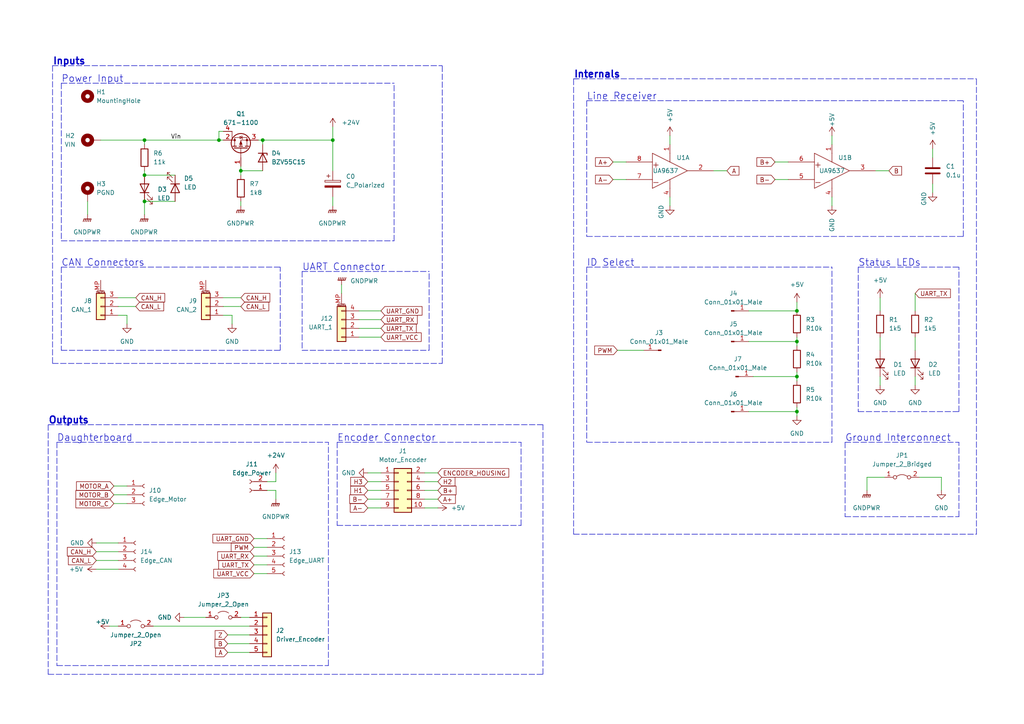
<source format=kicad_sch>
(kicad_sch (version 20211123) (generator eeschema)

  (uuid e63e39d7-6ac0-4ffd-8aa3-1841a4541b55)

  (paper "A4")

  (title_block
    (title "Motor Driver Carrier Board (for B-G431B-ESC1)")
    (date "2023-08-01")
    (rev "v01")
    (company "Delft Mercurians")
    (comment 1 "Thomas Hettasch")
  )

  (lib_symbols
    (symbol "Connector:Conn_01x01_Male" (pin_names (offset 1.016) hide) (in_bom yes) (on_board yes)
      (property "Reference" "J" (id 0) (at 0 2.54 0)
        (effects (font (size 1.27 1.27)))
      )
      (property "Value" "Conn_01x01_Male" (id 1) (at 0 -2.54 0)
        (effects (font (size 1.27 1.27)))
      )
      (property "Footprint" "" (id 2) (at 0 0 0)
        (effects (font (size 1.27 1.27)) hide)
      )
      (property "Datasheet" "~" (id 3) (at 0 0 0)
        (effects (font (size 1.27 1.27)) hide)
      )
      (property "ki_keywords" "connector" (id 4) (at 0 0 0)
        (effects (font (size 1.27 1.27)) hide)
      )
      (property "ki_description" "Generic connector, single row, 01x01, script generated (kicad-library-utils/schlib/autogen/connector/)" (id 5) (at 0 0 0)
        (effects (font (size 1.27 1.27)) hide)
      )
      (property "ki_fp_filters" "Connector*:*" (id 6) (at 0 0 0)
        (effects (font (size 1.27 1.27)) hide)
      )
      (symbol "Conn_01x01_Male_1_1"
        (polyline
          (pts
            (xy 1.27 0)
            (xy 0.8636 0)
          )
          (stroke (width 0.1524) (type default) (color 0 0 0 0))
          (fill (type none))
        )
        (rectangle (start 0.8636 0.127) (end 0 -0.127)
          (stroke (width 0.1524) (type default) (color 0 0 0 0))
          (fill (type outline))
        )
        (pin passive line (at 5.08 0 180) (length 3.81)
          (name "Pin_1" (effects (font (size 1.27 1.27))))
          (number "1" (effects (font (size 1.27 1.27))))
        )
      )
    )
    (symbol "Connector:Conn_01x02_Female" (pin_names (offset 1.016) hide) (in_bom yes) (on_board yes)
      (property "Reference" "J" (id 0) (at 0 2.54 0)
        (effects (font (size 1.27 1.27)))
      )
      (property "Value" "Conn_01x02_Female" (id 1) (at 0 -5.08 0)
        (effects (font (size 1.27 1.27)))
      )
      (property "Footprint" "" (id 2) (at 0 0 0)
        (effects (font (size 1.27 1.27)) hide)
      )
      (property "Datasheet" "~" (id 3) (at 0 0 0)
        (effects (font (size 1.27 1.27)) hide)
      )
      (property "ki_keywords" "connector" (id 4) (at 0 0 0)
        (effects (font (size 1.27 1.27)) hide)
      )
      (property "ki_description" "Generic connector, single row, 01x02, script generated (kicad-library-utils/schlib/autogen/connector/)" (id 5) (at 0 0 0)
        (effects (font (size 1.27 1.27)) hide)
      )
      (property "ki_fp_filters" "Connector*:*_1x??_*" (id 6) (at 0 0 0)
        (effects (font (size 1.27 1.27)) hide)
      )
      (symbol "Conn_01x02_Female_1_1"
        (arc (start 0 -2.032) (mid -0.508 -2.54) (end 0 -3.048)
          (stroke (width 0.1524) (type default) (color 0 0 0 0))
          (fill (type none))
        )
        (polyline
          (pts
            (xy -1.27 -2.54)
            (xy -0.508 -2.54)
          )
          (stroke (width 0.1524) (type default) (color 0 0 0 0))
          (fill (type none))
        )
        (polyline
          (pts
            (xy -1.27 0)
            (xy -0.508 0)
          )
          (stroke (width 0.1524) (type default) (color 0 0 0 0))
          (fill (type none))
        )
        (arc (start 0 0.508) (mid -0.508 0) (end 0 -0.508)
          (stroke (width 0.1524) (type default) (color 0 0 0 0))
          (fill (type none))
        )
        (pin passive line (at -5.08 0 0) (length 3.81)
          (name "Pin_1" (effects (font (size 1.27 1.27))))
          (number "1" (effects (font (size 1.27 1.27))))
        )
        (pin passive line (at -5.08 -2.54 0) (length 3.81)
          (name "Pin_2" (effects (font (size 1.27 1.27))))
          (number "2" (effects (font (size 1.27 1.27))))
        )
      )
    )
    (symbol "Connector:Conn_01x03_Female" (pin_names (offset 1.016) hide) (in_bom yes) (on_board yes)
      (property "Reference" "J" (id 0) (at 0 5.08 0)
        (effects (font (size 1.27 1.27)))
      )
      (property "Value" "Conn_01x03_Female" (id 1) (at 0 -5.08 0)
        (effects (font (size 1.27 1.27)))
      )
      (property "Footprint" "" (id 2) (at 0 0 0)
        (effects (font (size 1.27 1.27)) hide)
      )
      (property "Datasheet" "~" (id 3) (at 0 0 0)
        (effects (font (size 1.27 1.27)) hide)
      )
      (property "ki_keywords" "connector" (id 4) (at 0 0 0)
        (effects (font (size 1.27 1.27)) hide)
      )
      (property "ki_description" "Generic connector, single row, 01x03, script generated (kicad-library-utils/schlib/autogen/connector/)" (id 5) (at 0 0 0)
        (effects (font (size 1.27 1.27)) hide)
      )
      (property "ki_fp_filters" "Connector*:*_1x??_*" (id 6) (at 0 0 0)
        (effects (font (size 1.27 1.27)) hide)
      )
      (symbol "Conn_01x03_Female_1_1"
        (arc (start 0 -2.032) (mid -0.508 -2.54) (end 0 -3.048)
          (stroke (width 0.1524) (type default) (color 0 0 0 0))
          (fill (type none))
        )
        (polyline
          (pts
            (xy -1.27 -2.54)
            (xy -0.508 -2.54)
          )
          (stroke (width 0.1524) (type default) (color 0 0 0 0))
          (fill (type none))
        )
        (polyline
          (pts
            (xy -1.27 0)
            (xy -0.508 0)
          )
          (stroke (width 0.1524) (type default) (color 0 0 0 0))
          (fill (type none))
        )
        (polyline
          (pts
            (xy -1.27 2.54)
            (xy -0.508 2.54)
          )
          (stroke (width 0.1524) (type default) (color 0 0 0 0))
          (fill (type none))
        )
        (arc (start 0 0.508) (mid -0.508 0) (end 0 -0.508)
          (stroke (width 0.1524) (type default) (color 0 0 0 0))
          (fill (type none))
        )
        (arc (start 0 3.048) (mid -0.508 2.54) (end 0 2.032)
          (stroke (width 0.1524) (type default) (color 0 0 0 0))
          (fill (type none))
        )
        (pin passive line (at -5.08 2.54 0) (length 3.81)
          (name "Pin_1" (effects (font (size 1.27 1.27))))
          (number "1" (effects (font (size 1.27 1.27))))
        )
        (pin passive line (at -5.08 0 0) (length 3.81)
          (name "Pin_2" (effects (font (size 1.27 1.27))))
          (number "2" (effects (font (size 1.27 1.27))))
        )
        (pin passive line (at -5.08 -2.54 0) (length 3.81)
          (name "Pin_3" (effects (font (size 1.27 1.27))))
          (number "3" (effects (font (size 1.27 1.27))))
        )
      )
    )
    (symbol "Connector:Conn_01x04_Female" (pin_names (offset 1.016) hide) (in_bom yes) (on_board yes)
      (property "Reference" "J" (id 0) (at 0 5.08 0)
        (effects (font (size 1.27 1.27)))
      )
      (property "Value" "Conn_01x04_Female" (id 1) (at 0 -7.62 0)
        (effects (font (size 1.27 1.27)))
      )
      (property "Footprint" "" (id 2) (at 0 0 0)
        (effects (font (size 1.27 1.27)) hide)
      )
      (property "Datasheet" "~" (id 3) (at 0 0 0)
        (effects (font (size 1.27 1.27)) hide)
      )
      (property "ki_keywords" "connector" (id 4) (at 0 0 0)
        (effects (font (size 1.27 1.27)) hide)
      )
      (property "ki_description" "Generic connector, single row, 01x04, script generated (kicad-library-utils/schlib/autogen/connector/)" (id 5) (at 0 0 0)
        (effects (font (size 1.27 1.27)) hide)
      )
      (property "ki_fp_filters" "Connector*:*_1x??_*" (id 6) (at 0 0 0)
        (effects (font (size 1.27 1.27)) hide)
      )
      (symbol "Conn_01x04_Female_1_1"
        (arc (start 0 -4.572) (mid -0.508 -5.08) (end 0 -5.588)
          (stroke (width 0.1524) (type default) (color 0 0 0 0))
          (fill (type none))
        )
        (arc (start 0 -2.032) (mid -0.508 -2.54) (end 0 -3.048)
          (stroke (width 0.1524) (type default) (color 0 0 0 0))
          (fill (type none))
        )
        (polyline
          (pts
            (xy -1.27 -5.08)
            (xy -0.508 -5.08)
          )
          (stroke (width 0.1524) (type default) (color 0 0 0 0))
          (fill (type none))
        )
        (polyline
          (pts
            (xy -1.27 -2.54)
            (xy -0.508 -2.54)
          )
          (stroke (width 0.1524) (type default) (color 0 0 0 0))
          (fill (type none))
        )
        (polyline
          (pts
            (xy -1.27 0)
            (xy -0.508 0)
          )
          (stroke (width 0.1524) (type default) (color 0 0 0 0))
          (fill (type none))
        )
        (polyline
          (pts
            (xy -1.27 2.54)
            (xy -0.508 2.54)
          )
          (stroke (width 0.1524) (type default) (color 0 0 0 0))
          (fill (type none))
        )
        (arc (start 0 0.508) (mid -0.508 0) (end 0 -0.508)
          (stroke (width 0.1524) (type default) (color 0 0 0 0))
          (fill (type none))
        )
        (arc (start 0 3.048) (mid -0.508 2.54) (end 0 2.032)
          (stroke (width 0.1524) (type default) (color 0 0 0 0))
          (fill (type none))
        )
        (pin passive line (at -5.08 2.54 0) (length 3.81)
          (name "Pin_1" (effects (font (size 1.27 1.27))))
          (number "1" (effects (font (size 1.27 1.27))))
        )
        (pin passive line (at -5.08 0 0) (length 3.81)
          (name "Pin_2" (effects (font (size 1.27 1.27))))
          (number "2" (effects (font (size 1.27 1.27))))
        )
        (pin passive line (at -5.08 -2.54 0) (length 3.81)
          (name "Pin_3" (effects (font (size 1.27 1.27))))
          (number "3" (effects (font (size 1.27 1.27))))
        )
        (pin passive line (at -5.08 -5.08 0) (length 3.81)
          (name "Pin_4" (effects (font (size 1.27 1.27))))
          (number "4" (effects (font (size 1.27 1.27))))
        )
      )
    )
    (symbol "Connector:Conn_01x05_Female" (pin_names (offset 1.016) hide) (in_bom yes) (on_board yes)
      (property "Reference" "J" (id 0) (at 0 7.62 0)
        (effects (font (size 1.27 1.27)))
      )
      (property "Value" "Conn_01x05_Female" (id 1) (at 0 -7.62 0)
        (effects (font (size 1.27 1.27)))
      )
      (property "Footprint" "" (id 2) (at 0 0 0)
        (effects (font (size 1.27 1.27)) hide)
      )
      (property "Datasheet" "~" (id 3) (at 0 0 0)
        (effects (font (size 1.27 1.27)) hide)
      )
      (property "ki_keywords" "connector" (id 4) (at 0 0 0)
        (effects (font (size 1.27 1.27)) hide)
      )
      (property "ki_description" "Generic connector, single row, 01x05, script generated (kicad-library-utils/schlib/autogen/connector/)" (id 5) (at 0 0 0)
        (effects (font (size 1.27 1.27)) hide)
      )
      (property "ki_fp_filters" "Connector*:*_1x??_*" (id 6) (at 0 0 0)
        (effects (font (size 1.27 1.27)) hide)
      )
      (symbol "Conn_01x05_Female_1_1"
        (arc (start 0 -4.572) (mid -0.508 -5.08) (end 0 -5.588)
          (stroke (width 0.1524) (type default) (color 0 0 0 0))
          (fill (type none))
        )
        (arc (start 0 -2.032) (mid -0.508 -2.54) (end 0 -3.048)
          (stroke (width 0.1524) (type default) (color 0 0 0 0))
          (fill (type none))
        )
        (polyline
          (pts
            (xy -1.27 -5.08)
            (xy -0.508 -5.08)
          )
          (stroke (width 0.1524) (type default) (color 0 0 0 0))
          (fill (type none))
        )
        (polyline
          (pts
            (xy -1.27 -2.54)
            (xy -0.508 -2.54)
          )
          (stroke (width 0.1524) (type default) (color 0 0 0 0))
          (fill (type none))
        )
        (polyline
          (pts
            (xy -1.27 0)
            (xy -0.508 0)
          )
          (stroke (width 0.1524) (type default) (color 0 0 0 0))
          (fill (type none))
        )
        (polyline
          (pts
            (xy -1.27 2.54)
            (xy -0.508 2.54)
          )
          (stroke (width 0.1524) (type default) (color 0 0 0 0))
          (fill (type none))
        )
        (polyline
          (pts
            (xy -1.27 5.08)
            (xy -0.508 5.08)
          )
          (stroke (width 0.1524) (type default) (color 0 0 0 0))
          (fill (type none))
        )
        (arc (start 0 0.508) (mid -0.508 0) (end 0 -0.508)
          (stroke (width 0.1524) (type default) (color 0 0 0 0))
          (fill (type none))
        )
        (arc (start 0 3.048) (mid -0.508 2.54) (end 0 2.032)
          (stroke (width 0.1524) (type default) (color 0 0 0 0))
          (fill (type none))
        )
        (arc (start 0 5.588) (mid -0.508 5.08) (end 0 4.572)
          (stroke (width 0.1524) (type default) (color 0 0 0 0))
          (fill (type none))
        )
        (pin passive line (at -5.08 5.08 0) (length 3.81)
          (name "Pin_1" (effects (font (size 1.27 1.27))))
          (number "1" (effects (font (size 1.27 1.27))))
        )
        (pin passive line (at -5.08 2.54 0) (length 3.81)
          (name "Pin_2" (effects (font (size 1.27 1.27))))
          (number "2" (effects (font (size 1.27 1.27))))
        )
        (pin passive line (at -5.08 0 0) (length 3.81)
          (name "Pin_3" (effects (font (size 1.27 1.27))))
          (number "3" (effects (font (size 1.27 1.27))))
        )
        (pin passive line (at -5.08 -2.54 0) (length 3.81)
          (name "Pin_4" (effects (font (size 1.27 1.27))))
          (number "4" (effects (font (size 1.27 1.27))))
        )
        (pin passive line (at -5.08 -5.08 0) (length 3.81)
          (name "Pin_5" (effects (font (size 1.27 1.27))))
          (number "5" (effects (font (size 1.27 1.27))))
        )
      )
    )
    (symbol "Connector_Generic:Conn_01x05" (pin_names (offset 1.016) hide) (in_bom yes) (on_board yes)
      (property "Reference" "J" (id 0) (at 0 7.62 0)
        (effects (font (size 1.27 1.27)))
      )
      (property "Value" "Conn_01x05" (id 1) (at 0 -7.62 0)
        (effects (font (size 1.27 1.27)))
      )
      (property "Footprint" "" (id 2) (at 0 0 0)
        (effects (font (size 1.27 1.27)) hide)
      )
      (property "Datasheet" "~" (id 3) (at 0 0 0)
        (effects (font (size 1.27 1.27)) hide)
      )
      (property "ki_keywords" "connector" (id 4) (at 0 0 0)
        (effects (font (size 1.27 1.27)) hide)
      )
      (property "ki_description" "Generic connector, single row, 01x05, script generated (kicad-library-utils/schlib/autogen/connector/)" (id 5) (at 0 0 0)
        (effects (font (size 1.27 1.27)) hide)
      )
      (property "ki_fp_filters" "Connector*:*_1x??_*" (id 6) (at 0 0 0)
        (effects (font (size 1.27 1.27)) hide)
      )
      (symbol "Conn_01x05_1_1"
        (rectangle (start -1.27 -4.953) (end 0 -5.207)
          (stroke (width 0.1524) (type default) (color 0 0 0 0))
          (fill (type none))
        )
        (rectangle (start -1.27 -2.413) (end 0 -2.667)
          (stroke (width 0.1524) (type default) (color 0 0 0 0))
          (fill (type none))
        )
        (rectangle (start -1.27 0.127) (end 0 -0.127)
          (stroke (width 0.1524) (type default) (color 0 0 0 0))
          (fill (type none))
        )
        (rectangle (start -1.27 2.667) (end 0 2.413)
          (stroke (width 0.1524) (type default) (color 0 0 0 0))
          (fill (type none))
        )
        (rectangle (start -1.27 5.207) (end 0 4.953)
          (stroke (width 0.1524) (type default) (color 0 0 0 0))
          (fill (type none))
        )
        (rectangle (start -1.27 6.35) (end 1.27 -6.35)
          (stroke (width 0.254) (type default) (color 0 0 0 0))
          (fill (type background))
        )
        (pin passive line (at -5.08 5.08 0) (length 3.81)
          (name "Pin_1" (effects (font (size 1.27 1.27))))
          (number "1" (effects (font (size 1.27 1.27))))
        )
        (pin passive line (at -5.08 2.54 0) (length 3.81)
          (name "Pin_2" (effects (font (size 1.27 1.27))))
          (number "2" (effects (font (size 1.27 1.27))))
        )
        (pin passive line (at -5.08 0 0) (length 3.81)
          (name "Pin_3" (effects (font (size 1.27 1.27))))
          (number "3" (effects (font (size 1.27 1.27))))
        )
        (pin passive line (at -5.08 -2.54 0) (length 3.81)
          (name "Pin_4" (effects (font (size 1.27 1.27))))
          (number "4" (effects (font (size 1.27 1.27))))
        )
        (pin passive line (at -5.08 -5.08 0) (length 3.81)
          (name "Pin_5" (effects (font (size 1.27 1.27))))
          (number "5" (effects (font (size 1.27 1.27))))
        )
      )
    )
    (symbol "Connector_Generic:Conn_02x05_Odd_Even" (pin_names (offset 1.016) hide) (in_bom yes) (on_board yes)
      (property "Reference" "J" (id 0) (at 1.27 7.62 0)
        (effects (font (size 1.27 1.27)))
      )
      (property "Value" "Conn_02x05_Odd_Even" (id 1) (at 1.27 -7.62 0)
        (effects (font (size 1.27 1.27)))
      )
      (property "Footprint" "" (id 2) (at 0 0 0)
        (effects (font (size 1.27 1.27)) hide)
      )
      (property "Datasheet" "~" (id 3) (at 0 0 0)
        (effects (font (size 1.27 1.27)) hide)
      )
      (property "ki_keywords" "connector" (id 4) (at 0 0 0)
        (effects (font (size 1.27 1.27)) hide)
      )
      (property "ki_description" "Generic connector, double row, 02x05, odd/even pin numbering scheme (row 1 odd numbers, row 2 even numbers), script generated (kicad-library-utils/schlib/autogen/connector/)" (id 5) (at 0 0 0)
        (effects (font (size 1.27 1.27)) hide)
      )
      (property "ki_fp_filters" "Connector*:*_2x??_*" (id 6) (at 0 0 0)
        (effects (font (size 1.27 1.27)) hide)
      )
      (symbol "Conn_02x05_Odd_Even_1_1"
        (rectangle (start -1.27 -4.953) (end 0 -5.207)
          (stroke (width 0.1524) (type default) (color 0 0 0 0))
          (fill (type none))
        )
        (rectangle (start -1.27 -2.413) (end 0 -2.667)
          (stroke (width 0.1524) (type default) (color 0 0 0 0))
          (fill (type none))
        )
        (rectangle (start -1.27 0.127) (end 0 -0.127)
          (stroke (width 0.1524) (type default) (color 0 0 0 0))
          (fill (type none))
        )
        (rectangle (start -1.27 2.667) (end 0 2.413)
          (stroke (width 0.1524) (type default) (color 0 0 0 0))
          (fill (type none))
        )
        (rectangle (start -1.27 5.207) (end 0 4.953)
          (stroke (width 0.1524) (type default) (color 0 0 0 0))
          (fill (type none))
        )
        (rectangle (start -1.27 6.35) (end 3.81 -6.35)
          (stroke (width 0.254) (type default) (color 0 0 0 0))
          (fill (type background))
        )
        (rectangle (start 3.81 -4.953) (end 2.54 -5.207)
          (stroke (width 0.1524) (type default) (color 0 0 0 0))
          (fill (type none))
        )
        (rectangle (start 3.81 -2.413) (end 2.54 -2.667)
          (stroke (width 0.1524) (type default) (color 0 0 0 0))
          (fill (type none))
        )
        (rectangle (start 3.81 0.127) (end 2.54 -0.127)
          (stroke (width 0.1524) (type default) (color 0 0 0 0))
          (fill (type none))
        )
        (rectangle (start 3.81 2.667) (end 2.54 2.413)
          (stroke (width 0.1524) (type default) (color 0 0 0 0))
          (fill (type none))
        )
        (rectangle (start 3.81 5.207) (end 2.54 4.953)
          (stroke (width 0.1524) (type default) (color 0 0 0 0))
          (fill (type none))
        )
        (pin passive line (at -5.08 5.08 0) (length 3.81)
          (name "Pin_1" (effects (font (size 1.27 1.27))))
          (number "1" (effects (font (size 1.27 1.27))))
        )
        (pin passive line (at 7.62 -5.08 180) (length 3.81)
          (name "Pin_10" (effects (font (size 1.27 1.27))))
          (number "10" (effects (font (size 1.27 1.27))))
        )
        (pin passive line (at 7.62 5.08 180) (length 3.81)
          (name "Pin_2" (effects (font (size 1.27 1.27))))
          (number "2" (effects (font (size 1.27 1.27))))
        )
        (pin passive line (at -5.08 2.54 0) (length 3.81)
          (name "Pin_3" (effects (font (size 1.27 1.27))))
          (number "3" (effects (font (size 1.27 1.27))))
        )
        (pin passive line (at 7.62 2.54 180) (length 3.81)
          (name "Pin_4" (effects (font (size 1.27 1.27))))
          (number "4" (effects (font (size 1.27 1.27))))
        )
        (pin passive line (at -5.08 0 0) (length 3.81)
          (name "Pin_5" (effects (font (size 1.27 1.27))))
          (number "5" (effects (font (size 1.27 1.27))))
        )
        (pin passive line (at 7.62 0 180) (length 3.81)
          (name "Pin_6" (effects (font (size 1.27 1.27))))
          (number "6" (effects (font (size 1.27 1.27))))
        )
        (pin passive line (at -5.08 -2.54 0) (length 3.81)
          (name "Pin_7" (effects (font (size 1.27 1.27))))
          (number "7" (effects (font (size 1.27 1.27))))
        )
        (pin passive line (at 7.62 -2.54 180) (length 3.81)
          (name "Pin_8" (effects (font (size 1.27 1.27))))
          (number "8" (effects (font (size 1.27 1.27))))
        )
        (pin passive line (at -5.08 -5.08 0) (length 3.81)
          (name "Pin_9" (effects (font (size 1.27 1.27))))
          (number "9" (effects (font (size 1.27 1.27))))
        )
      )
    )
    (symbol "Connector_Generic_MountingPin:Conn_01x03_MountingPin" (pin_names (offset 1.016) hide) (in_bom yes) (on_board yes)
      (property "Reference" "J" (id 0) (at 0 5.08 0)
        (effects (font (size 1.27 1.27)))
      )
      (property "Value" "Conn_01x03_MountingPin" (id 1) (at 1.27 -5.08 0)
        (effects (font (size 1.27 1.27)) (justify left))
      )
      (property "Footprint" "" (id 2) (at 0 0 0)
        (effects (font (size 1.27 1.27)) hide)
      )
      (property "Datasheet" "~" (id 3) (at 0 0 0)
        (effects (font (size 1.27 1.27)) hide)
      )
      (property "ki_keywords" "connector" (id 4) (at 0 0 0)
        (effects (font (size 1.27 1.27)) hide)
      )
      (property "ki_description" "Generic connectable mounting pin connector, single row, 01x03, script generated (kicad-library-utils/schlib/autogen/connector/)" (id 5) (at 0 0 0)
        (effects (font (size 1.27 1.27)) hide)
      )
      (property "ki_fp_filters" "Connector*:*_1x??-1MP*" (id 6) (at 0 0 0)
        (effects (font (size 1.27 1.27)) hide)
      )
      (symbol "Conn_01x03_MountingPin_1_1"
        (rectangle (start -1.27 -2.413) (end 0 -2.667)
          (stroke (width 0.1524) (type default) (color 0 0 0 0))
          (fill (type none))
        )
        (rectangle (start -1.27 0.127) (end 0 -0.127)
          (stroke (width 0.1524) (type default) (color 0 0 0 0))
          (fill (type none))
        )
        (rectangle (start -1.27 2.667) (end 0 2.413)
          (stroke (width 0.1524) (type default) (color 0 0 0 0))
          (fill (type none))
        )
        (rectangle (start -1.27 3.81) (end 1.27 -3.81)
          (stroke (width 0.254) (type default) (color 0 0 0 0))
          (fill (type background))
        )
        (polyline
          (pts
            (xy -1.016 -4.572)
            (xy 1.016 -4.572)
          )
          (stroke (width 0.1524) (type default) (color 0 0 0 0))
          (fill (type none))
        )
        (text "Mounting" (at 0 -4.191 0)
          (effects (font (size 0.381 0.381)))
        )
        (pin passive line (at -5.08 2.54 0) (length 3.81)
          (name "Pin_1" (effects (font (size 1.27 1.27))))
          (number "1" (effects (font (size 1.27 1.27))))
        )
        (pin passive line (at -5.08 0 0) (length 3.81)
          (name "Pin_2" (effects (font (size 1.27 1.27))))
          (number "2" (effects (font (size 1.27 1.27))))
        )
        (pin passive line (at -5.08 -2.54 0) (length 3.81)
          (name "Pin_3" (effects (font (size 1.27 1.27))))
          (number "3" (effects (font (size 1.27 1.27))))
        )
        (pin passive line (at 0 -7.62 90) (length 3.048)
          (name "MountPin" (effects (font (size 1.27 1.27))))
          (number "MP" (effects (font (size 1.27 1.27))))
        )
      )
    )
    (symbol "Connector_Generic_MountingPin:Conn_01x04_MountingPin" (pin_names (offset 1.016) hide) (in_bom yes) (on_board yes)
      (property "Reference" "J" (id 0) (at 0 5.08 0)
        (effects (font (size 1.27 1.27)))
      )
      (property "Value" "Conn_01x04_MountingPin" (id 1) (at 1.27 -7.62 0)
        (effects (font (size 1.27 1.27)) (justify left))
      )
      (property "Footprint" "" (id 2) (at 0 0 0)
        (effects (font (size 1.27 1.27)) hide)
      )
      (property "Datasheet" "~" (id 3) (at 0 0 0)
        (effects (font (size 1.27 1.27)) hide)
      )
      (property "ki_keywords" "connector" (id 4) (at 0 0 0)
        (effects (font (size 1.27 1.27)) hide)
      )
      (property "ki_description" "Generic connectable mounting pin connector, single row, 01x04, script generated (kicad-library-utils/schlib/autogen/connector/)" (id 5) (at 0 0 0)
        (effects (font (size 1.27 1.27)) hide)
      )
      (property "ki_fp_filters" "Connector*:*_1x??-1MP*" (id 6) (at 0 0 0)
        (effects (font (size 1.27 1.27)) hide)
      )
      (symbol "Conn_01x04_MountingPin_1_1"
        (rectangle (start -1.27 -4.953) (end 0 -5.207)
          (stroke (width 0.1524) (type default) (color 0 0 0 0))
          (fill (type none))
        )
        (rectangle (start -1.27 -2.413) (end 0 -2.667)
          (stroke (width 0.1524) (type default) (color 0 0 0 0))
          (fill (type none))
        )
        (rectangle (start -1.27 0.127) (end 0 -0.127)
          (stroke (width 0.1524) (type default) (color 0 0 0 0))
          (fill (type none))
        )
        (rectangle (start -1.27 2.667) (end 0 2.413)
          (stroke (width 0.1524) (type default) (color 0 0 0 0))
          (fill (type none))
        )
        (rectangle (start -1.27 3.81) (end 1.27 -6.35)
          (stroke (width 0.254) (type default) (color 0 0 0 0))
          (fill (type background))
        )
        (polyline
          (pts
            (xy -1.016 -7.112)
            (xy 1.016 -7.112)
          )
          (stroke (width 0.1524) (type default) (color 0 0 0 0))
          (fill (type none))
        )
        (text "Mounting" (at 0 -6.731 0)
          (effects (font (size 0.381 0.381)))
        )
        (pin passive line (at -5.08 2.54 0) (length 3.81)
          (name "Pin_1" (effects (font (size 1.27 1.27))))
          (number "1" (effects (font (size 1.27 1.27))))
        )
        (pin passive line (at -5.08 0 0) (length 3.81)
          (name "Pin_2" (effects (font (size 1.27 1.27))))
          (number "2" (effects (font (size 1.27 1.27))))
        )
        (pin passive line (at -5.08 -2.54 0) (length 3.81)
          (name "Pin_3" (effects (font (size 1.27 1.27))))
          (number "3" (effects (font (size 1.27 1.27))))
        )
        (pin passive line (at -5.08 -5.08 0) (length 3.81)
          (name "Pin_4" (effects (font (size 1.27 1.27))))
          (number "4" (effects (font (size 1.27 1.27))))
        )
        (pin passive line (at 0 -10.16 90) (length 3.048)
          (name "MountPin" (effects (font (size 1.27 1.27))))
          (number "MP" (effects (font (size 1.27 1.27))))
        )
      )
    )
    (symbol "Device:C" (pin_numbers hide) (pin_names (offset 0.254)) (in_bom yes) (on_board yes)
      (property "Reference" "C" (id 0) (at 0.635 2.54 0)
        (effects (font (size 1.27 1.27)) (justify left))
      )
      (property "Value" "C" (id 1) (at 0.635 -2.54 0)
        (effects (font (size 1.27 1.27)) (justify left))
      )
      (property "Footprint" "" (id 2) (at 0.9652 -3.81 0)
        (effects (font (size 1.27 1.27)) hide)
      )
      (property "Datasheet" "~" (id 3) (at 0 0 0)
        (effects (font (size 1.27 1.27)) hide)
      )
      (property "ki_keywords" "cap capacitor" (id 4) (at 0 0 0)
        (effects (font (size 1.27 1.27)) hide)
      )
      (property "ki_description" "Unpolarized capacitor" (id 5) (at 0 0 0)
        (effects (font (size 1.27 1.27)) hide)
      )
      (property "ki_fp_filters" "C_*" (id 6) (at 0 0 0)
        (effects (font (size 1.27 1.27)) hide)
      )
      (symbol "C_0_1"
        (polyline
          (pts
            (xy -2.032 -0.762)
            (xy 2.032 -0.762)
          )
          (stroke (width 0.508) (type default) (color 0 0 0 0))
          (fill (type none))
        )
        (polyline
          (pts
            (xy -2.032 0.762)
            (xy 2.032 0.762)
          )
          (stroke (width 0.508) (type default) (color 0 0 0 0))
          (fill (type none))
        )
      )
      (symbol "C_1_1"
        (pin passive line (at 0 3.81 270) (length 2.794)
          (name "~" (effects (font (size 1.27 1.27))))
          (number "1" (effects (font (size 1.27 1.27))))
        )
        (pin passive line (at 0 -3.81 90) (length 2.794)
          (name "~" (effects (font (size 1.27 1.27))))
          (number "2" (effects (font (size 1.27 1.27))))
        )
      )
    )
    (symbol "Device:C_Polarized" (pin_numbers hide) (pin_names (offset 0.254)) (in_bom yes) (on_board yes)
      (property "Reference" "C" (id 0) (at 0.635 2.54 0)
        (effects (font (size 1.27 1.27)) (justify left))
      )
      (property "Value" "C_Polarized" (id 1) (at 0.635 -2.54 0)
        (effects (font (size 1.27 1.27)) (justify left))
      )
      (property "Footprint" "" (id 2) (at 0.9652 -3.81 0)
        (effects (font (size 1.27 1.27)) hide)
      )
      (property "Datasheet" "~" (id 3) (at 0 0 0)
        (effects (font (size 1.27 1.27)) hide)
      )
      (property "ki_keywords" "cap capacitor" (id 4) (at 0 0 0)
        (effects (font (size 1.27 1.27)) hide)
      )
      (property "ki_description" "Polarized capacitor" (id 5) (at 0 0 0)
        (effects (font (size 1.27 1.27)) hide)
      )
      (property "ki_fp_filters" "CP_*" (id 6) (at 0 0 0)
        (effects (font (size 1.27 1.27)) hide)
      )
      (symbol "C_Polarized_0_1"
        (rectangle (start -2.286 0.508) (end 2.286 1.016)
          (stroke (width 0) (type default) (color 0 0 0 0))
          (fill (type none))
        )
        (polyline
          (pts
            (xy -1.778 2.286)
            (xy -0.762 2.286)
          )
          (stroke (width 0) (type default) (color 0 0 0 0))
          (fill (type none))
        )
        (polyline
          (pts
            (xy -1.27 2.794)
            (xy -1.27 1.778)
          )
          (stroke (width 0) (type default) (color 0 0 0 0))
          (fill (type none))
        )
        (rectangle (start 2.286 -0.508) (end -2.286 -1.016)
          (stroke (width 0) (type default) (color 0 0 0 0))
          (fill (type outline))
        )
      )
      (symbol "C_Polarized_1_1"
        (pin passive line (at 0 3.81 270) (length 2.794)
          (name "~" (effects (font (size 1.27 1.27))))
          (number "1" (effects (font (size 1.27 1.27))))
        )
        (pin passive line (at 0 -3.81 90) (length 2.794)
          (name "~" (effects (font (size 1.27 1.27))))
          (number "2" (effects (font (size 1.27 1.27))))
        )
      )
    )
    (symbol "Device:LED" (pin_numbers hide) (pin_names (offset 1.016) hide) (in_bom yes) (on_board yes)
      (property "Reference" "D" (id 0) (at 0 2.54 0)
        (effects (font (size 1.27 1.27)))
      )
      (property "Value" "LED" (id 1) (at 0 -2.54 0)
        (effects (font (size 1.27 1.27)))
      )
      (property "Footprint" "" (id 2) (at 0 0 0)
        (effects (font (size 1.27 1.27)) hide)
      )
      (property "Datasheet" "~" (id 3) (at 0 0 0)
        (effects (font (size 1.27 1.27)) hide)
      )
      (property "ki_keywords" "LED diode" (id 4) (at 0 0 0)
        (effects (font (size 1.27 1.27)) hide)
      )
      (property "ki_description" "Light emitting diode" (id 5) (at 0 0 0)
        (effects (font (size 1.27 1.27)) hide)
      )
      (property "ki_fp_filters" "LED* LED_SMD:* LED_THT:*" (id 6) (at 0 0 0)
        (effects (font (size 1.27 1.27)) hide)
      )
      (symbol "LED_0_1"
        (polyline
          (pts
            (xy -1.27 -1.27)
            (xy -1.27 1.27)
          )
          (stroke (width 0.254) (type default) (color 0 0 0 0))
          (fill (type none))
        )
        (polyline
          (pts
            (xy -1.27 0)
            (xy 1.27 0)
          )
          (stroke (width 0) (type default) (color 0 0 0 0))
          (fill (type none))
        )
        (polyline
          (pts
            (xy 1.27 -1.27)
            (xy 1.27 1.27)
            (xy -1.27 0)
            (xy 1.27 -1.27)
          )
          (stroke (width 0.254) (type default) (color 0 0 0 0))
          (fill (type none))
        )
        (polyline
          (pts
            (xy -3.048 -0.762)
            (xy -4.572 -2.286)
            (xy -3.81 -2.286)
            (xy -4.572 -2.286)
            (xy -4.572 -1.524)
          )
          (stroke (width 0) (type default) (color 0 0 0 0))
          (fill (type none))
        )
        (polyline
          (pts
            (xy -1.778 -0.762)
            (xy -3.302 -2.286)
            (xy -2.54 -2.286)
            (xy -3.302 -2.286)
            (xy -3.302 -1.524)
          )
          (stroke (width 0) (type default) (color 0 0 0 0))
          (fill (type none))
        )
      )
      (symbol "LED_1_1"
        (pin passive line (at -3.81 0 0) (length 2.54)
          (name "K" (effects (font (size 1.27 1.27))))
          (number "1" (effects (font (size 1.27 1.27))))
        )
        (pin passive line (at 3.81 0 180) (length 2.54)
          (name "A" (effects (font (size 1.27 1.27))))
          (number "2" (effects (font (size 1.27 1.27))))
        )
      )
    )
    (symbol "Device:Q_PMOS_GDSD" (pin_names (offset 0) hide) (in_bom yes) (on_board yes)
      (property "Reference" "Q" (id 0) (at 5.08 1.27 0)
        (effects (font (size 1.27 1.27)) (justify left))
      )
      (property "Value" "Q_PMOS_GDSD" (id 1) (at 5.08 -1.27 0)
        (effects (font (size 1.27 1.27)) (justify left))
      )
      (property "Footprint" "" (id 2) (at 5.08 2.54 0)
        (effects (font (size 1.27 1.27)) hide)
      )
      (property "Datasheet" "~" (id 3) (at 0 0 0)
        (effects (font (size 1.27 1.27)) hide)
      )
      (property "ki_keywords" "transistor PMOS P-MOS P-MOSFET" (id 4) (at 0 0 0)
        (effects (font (size 1.27 1.27)) hide)
      )
      (property "ki_description" "P-MOSFET transistor, gate/drain/source, drain connected to mounting plane" (id 5) (at 0 0 0)
        (effects (font (size 1.27 1.27)) hide)
      )
      (symbol "Q_PMOS_GDSD_0_1"
        (polyline
          (pts
            (xy 0.254 0)
            (xy -2.54 0)
          )
          (stroke (width 0) (type default) (color 0 0 0 0))
          (fill (type none))
        )
        (polyline
          (pts
            (xy 0.254 1.905)
            (xy 0.254 -1.905)
          )
          (stroke (width 0.254) (type default) (color 0 0 0 0))
          (fill (type none))
        )
        (polyline
          (pts
            (xy 0.762 -1.27)
            (xy 0.762 -2.286)
          )
          (stroke (width 0.254) (type default) (color 0 0 0 0))
          (fill (type none))
        )
        (polyline
          (pts
            (xy 0.762 0.508)
            (xy 0.762 -0.508)
          )
          (stroke (width 0.254) (type default) (color 0 0 0 0))
          (fill (type none))
        )
        (polyline
          (pts
            (xy 0.762 2.286)
            (xy 0.762 1.27)
          )
          (stroke (width 0.254) (type default) (color 0 0 0 0))
          (fill (type none))
        )
        (polyline
          (pts
            (xy 2.54 -2.54)
            (xy 2.54 0)
            (xy 0.762 0)
          )
          (stroke (width 0) (type default) (color 0 0 0 0))
          (fill (type none))
        )
        (polyline
          (pts
            (xy 5.08 2.54)
            (xy 2.54 2.54)
            (xy 2.54 1.778)
          )
          (stroke (width 0) (type default) (color 0 0 0 0))
          (fill (type none))
        )
        (polyline
          (pts
            (xy 0.762 1.778)
            (xy 3.302 1.778)
            (xy 3.302 -1.778)
            (xy 0.762 -1.778)
          )
          (stroke (width 0) (type default) (color 0 0 0 0))
          (fill (type none))
        )
        (polyline
          (pts
            (xy 2.286 0)
            (xy 1.27 0.381)
            (xy 1.27 -0.381)
            (xy 2.286 0)
          )
          (stroke (width 0) (type default) (color 0 0 0 0))
          (fill (type outline))
        )
        (polyline
          (pts
            (xy 2.794 -0.508)
            (xy 2.921 -0.381)
            (xy 3.683 -0.381)
            (xy 3.81 -0.254)
          )
          (stroke (width 0) (type default) (color 0 0 0 0))
          (fill (type none))
        )
        (polyline
          (pts
            (xy 3.302 -0.381)
            (xy 2.921 0.254)
            (xy 3.683 0.254)
            (xy 3.302 -0.381)
          )
          (stroke (width 0) (type default) (color 0 0 0 0))
          (fill (type none))
        )
        (circle (center 1.651 0) (radius 2.794)
          (stroke (width 0.254) (type default) (color 0 0 0 0))
          (fill (type none))
        )
        (circle (center 2.54 -1.778) (radius 0.254)
          (stroke (width 0) (type default) (color 0 0 0 0))
          (fill (type outline))
        )
        (circle (center 2.54 1.778) (radius 0.254)
          (stroke (width 0) (type default) (color 0 0 0 0))
          (fill (type outline))
        )
      )
      (symbol "Q_PMOS_GDSD_1_1"
        (pin input line (at -5.08 0 0) (length 2.54)
          (name "G" (effects (font (size 1.27 1.27))))
          (number "1" (effects (font (size 1.27 1.27))))
        )
        (pin passive line (at 2.54 5.08 270) (length 2.54)
          (name "D" (effects (font (size 1.27 1.27))))
          (number "2" (effects (font (size 1.27 1.27))))
        )
        (pin passive line (at 2.54 -5.08 90) (length 2.54)
          (name "S" (effects (font (size 1.27 1.27))))
          (number "3" (effects (font (size 1.27 1.27))))
        )
        (pin passive line (at 5.08 5.08 270) (length 2.54)
          (name "D" (effects (font (size 1.27 1.27))))
          (number "4" (effects (font (size 1.27 1.27))))
        )
      )
    )
    (symbol "Device:R" (pin_numbers hide) (pin_names (offset 0)) (in_bom yes) (on_board yes)
      (property "Reference" "R" (id 0) (at 2.032 0 90)
        (effects (font (size 1.27 1.27)))
      )
      (property "Value" "R" (id 1) (at 0 0 90)
        (effects (font (size 1.27 1.27)))
      )
      (property "Footprint" "" (id 2) (at -1.778 0 90)
        (effects (font (size 1.27 1.27)) hide)
      )
      (property "Datasheet" "~" (id 3) (at 0 0 0)
        (effects (font (size 1.27 1.27)) hide)
      )
      (property "ki_keywords" "R res resistor" (id 4) (at 0 0 0)
        (effects (font (size 1.27 1.27)) hide)
      )
      (property "ki_description" "Resistor" (id 5) (at 0 0 0)
        (effects (font (size 1.27 1.27)) hide)
      )
      (property "ki_fp_filters" "R_*" (id 6) (at 0 0 0)
        (effects (font (size 1.27 1.27)) hide)
      )
      (symbol "R_0_1"
        (rectangle (start -1.016 -2.54) (end 1.016 2.54)
          (stroke (width 0.254) (type default) (color 0 0 0 0))
          (fill (type none))
        )
      )
      (symbol "R_1_1"
        (pin passive line (at 0 3.81 270) (length 1.27)
          (name "~" (effects (font (size 1.27 1.27))))
          (number "1" (effects (font (size 1.27 1.27))))
        )
        (pin passive line (at 0 -3.81 90) (length 1.27)
          (name "~" (effects (font (size 1.27 1.27))))
          (number "2" (effects (font (size 1.27 1.27))))
        )
      )
    )
    (symbol "Diode:BZV55C15" (pin_numbers hide) (pin_names (offset 1.016) hide) (in_bom yes) (on_board yes)
      (property "Reference" "D" (id 0) (at 0 2.54 0)
        (effects (font (size 1.27 1.27)))
      )
      (property "Value" "BZV55C15" (id 1) (at 0 -2.54 0)
        (effects (font (size 1.27 1.27)))
      )
      (property "Footprint" "Diode_SMD:D_MiniMELF" (id 2) (at 0 -4.445 0)
        (effects (font (size 1.27 1.27)) hide)
      )
      (property "Datasheet" "https://assets.nexperia.com/documents/data-sheet/BZV55_SER.pdf" (id 3) (at 0 0 0)
        (effects (font (size 1.27 1.27)) hide)
      )
      (property "ki_keywords" "zener diode" (id 4) (at 0 0 0)
        (effects (font (size 1.27 1.27)) hide)
      )
      (property "ki_description" "15V, 500mW, 5%, Zener diode, MiniMELF" (id 5) (at 0 0 0)
        (effects (font (size 1.27 1.27)) hide)
      )
      (property "ki_fp_filters" "D*MiniMELF*" (id 6) (at 0 0 0)
        (effects (font (size 1.27 1.27)) hide)
      )
      (symbol "BZV55C15_0_1"
        (polyline
          (pts
            (xy 1.27 0)
            (xy -1.27 0)
          )
          (stroke (width 0) (type default) (color 0 0 0 0))
          (fill (type none))
        )
        (polyline
          (pts
            (xy -1.27 -1.27)
            (xy -1.27 1.27)
            (xy -0.762 1.27)
          )
          (stroke (width 0.254) (type default) (color 0 0 0 0))
          (fill (type none))
        )
        (polyline
          (pts
            (xy 1.27 -1.27)
            (xy 1.27 1.27)
            (xy -1.27 0)
            (xy 1.27 -1.27)
          )
          (stroke (width 0.254) (type default) (color 0 0 0 0))
          (fill (type none))
        )
      )
      (symbol "BZV55C15_1_1"
        (pin passive line (at -3.81 0 0) (length 2.54)
          (name "K" (effects (font (size 1.27 1.27))))
          (number "1" (effects (font (size 1.27 1.27))))
        )
        (pin passive line (at 3.81 0 180) (length 2.54)
          (name "A" (effects (font (size 1.27 1.27))))
          (number "2" (effects (font (size 1.27 1.27))))
        )
      )
    )
    (symbol "Interface_LineDriver:UA9637" (pin_names (offset 1.016) hide) (in_bom yes) (on_board yes)
      (property "Reference" "U" (id 0) (at -5.08 7.62 0)
        (effects (font (size 1.27 1.27)))
      )
      (property "Value" "UA9637" (id 1) (at 5.08 5.08 0)
        (effects (font (size 1.27 1.27)))
      )
      (property "Footprint" "Package_DIP:DIP-8_W7.62mm" (id 2) (at 0 -10.16 0)
        (effects (font (size 1.27 1.27)) hide)
      )
      (property "Datasheet" "http://pdf.datasheetcatalog.com/datasheets2/28/284473_1.pdf" (id 3) (at 0 0 0)
        (effects (font (size 1.27 1.27)) hide)
      )
      (property "ki_keywords" "Dual differential line receiver" (id 4) (at 0 0 0)
        (effects (font (size 1.27 1.27)) hide)
      )
      (property "ki_description" "Dual differential line receiver, DIP-8" (id 5) (at 0 0 0)
        (effects (font (size 1.27 1.27)) hide)
      )
      (property "ki_fp_filters" "DIP*W7.62mm*" (id 6) (at 0 0 0)
        (effects (font (size 1.27 1.27)) hide)
      )
      (symbol "UA9637_0_1"
        (polyline
          (pts
            (xy -5.08 5.08)
            (xy -5.08 -5.08)
          )
          (stroke (width 0) (type default) (color 0 0 0 0))
          (fill (type none))
        )
        (polyline
          (pts
            (xy -5.08 5.08)
            (xy 5.08 0)
          )
          (stroke (width 0) (type default) (color 0 0 0 0))
          (fill (type none))
        )
        (polyline
          (pts
            (xy 0 -2.54)
            (xy 0 -5.08)
          )
          (stroke (width 0) (type default) (color 0 0 0 0))
          (fill (type none))
        )
        (polyline
          (pts
            (xy 0 5.08)
            (xy 0 2.54)
          )
          (stroke (width 0) (type default) (color 0 0 0 0))
          (fill (type none))
        )
        (polyline
          (pts
            (xy 5.08 0)
            (xy -5.08 -5.08)
          )
          (stroke (width 0) (type default) (color 0 0 0 0))
          (fill (type none))
        )
        (text "+" (at -4.064 1.8034 0)
          (effects (font (size 1.778 1.778)))
        )
        (text "-" (at -4.064 -3.2766 0)
          (effects (font (size 1.778 1.778)))
        )
      )
      (symbol "UA9637_1_1"
        (pin power_in line (at 0 7.62 270) (length 2.54)
          (name "VCC" (effects (font (size 1.27 1.27))))
          (number "1" (effects (font (size 1.27 1.27))))
        )
        (pin output line (at 12.7 0 180) (length 7.62)
          (name "OUT" (effects (font (size 1.27 1.27))))
          (number "2" (effects (font (size 1.27 1.27))))
        )
        (pin power_in line (at 0 -7.62 90) (length 2.54)
          (name "GND" (effects (font (size 1.27 1.27))))
          (number "4" (effects (font (size 1.27 1.27))))
        )
        (pin input line (at -12.7 -2.54 0) (length 7.62)
          (name "IN-" (effects (font (size 1.27 1.27))))
          (number "7" (effects (font (size 1.27 1.27))))
        )
        (pin input line (at -12.7 2.54 0) (length 7.62)
          (name "IN+" (effects (font (size 1.27 1.27))))
          (number "8" (effects (font (size 1.27 1.27))))
        )
      )
      (symbol "UA9637_2_1"
        (pin power_in line (at 0 7.62 270) (length 2.54)
          (name "VCC" (effects (font (size 1.27 1.27))))
          (number "1" (effects (font (size 1.27 1.27))))
        )
        (pin output line (at 12.7 0 180) (length 7.62)
          (name "OUT" (effects (font (size 1.27 1.27))))
          (number "3" (effects (font (size 1.27 1.27))))
        )
        (pin power_in line (at 0 -7.62 90) (length 2.54)
          (name "GND" (effects (font (size 1.27 1.27))))
          (number "4" (effects (font (size 1.27 1.27))))
        )
        (pin input line (at -12.7 -2.54 0) (length 7.62)
          (name "IN-" (effects (font (size 1.27 1.27))))
          (number "5" (effects (font (size 1.27 1.27))))
        )
        (pin input line (at -12.7 2.54 0) (length 7.62)
          (name "IN+" (effects (font (size 1.27 1.27))))
          (number "6" (effects (font (size 1.27 1.27))))
        )
      )
    )
    (symbol "Jumper:Jumper_2_Bridged" (pin_names (offset 0) hide) (in_bom yes) (on_board yes)
      (property "Reference" "JP" (id 0) (at 0 1.905 0)
        (effects (font (size 1.27 1.27)))
      )
      (property "Value" "Jumper_2_Bridged" (id 1) (at 0 -2.54 0)
        (effects (font (size 1.27 1.27)))
      )
      (property "Footprint" "" (id 2) (at 0 0 0)
        (effects (font (size 1.27 1.27)) hide)
      )
      (property "Datasheet" "~" (id 3) (at 0 0 0)
        (effects (font (size 1.27 1.27)) hide)
      )
      (property "ki_keywords" "Jumper SPST" (id 4) (at 0 0 0)
        (effects (font (size 1.27 1.27)) hide)
      )
      (property "ki_description" "Jumper, 2-pole, closed/bridged" (id 5) (at 0 0 0)
        (effects (font (size 1.27 1.27)) hide)
      )
      (property "ki_fp_filters" "Jumper* TestPoint*2Pads* TestPoint*Bridge*" (id 6) (at 0 0 0)
        (effects (font (size 1.27 1.27)) hide)
      )
      (symbol "Jumper_2_Bridged_0_0"
        (circle (center -2.032 0) (radius 0.508)
          (stroke (width 0) (type default) (color 0 0 0 0))
          (fill (type none))
        )
        (circle (center 2.032 0) (radius 0.508)
          (stroke (width 0) (type default) (color 0 0 0 0))
          (fill (type none))
        )
      )
      (symbol "Jumper_2_Bridged_0_1"
        (arc (start 1.524 0.254) (mid 0 0.762) (end -1.524 0.254)
          (stroke (width 0) (type default) (color 0 0 0 0))
          (fill (type none))
        )
      )
      (symbol "Jumper_2_Bridged_1_1"
        (pin passive line (at -5.08 0 0) (length 2.54)
          (name "A" (effects (font (size 1.27 1.27))))
          (number "1" (effects (font (size 1.27 1.27))))
        )
        (pin passive line (at 5.08 0 180) (length 2.54)
          (name "B" (effects (font (size 1.27 1.27))))
          (number "2" (effects (font (size 1.27 1.27))))
        )
      )
    )
    (symbol "Jumper:Jumper_2_Open" (pin_names (offset 0) hide) (in_bom yes) (on_board yes)
      (property "Reference" "JP" (id 0) (at 0 2.794 0)
        (effects (font (size 1.27 1.27)))
      )
      (property "Value" "Jumper_2_Open" (id 1) (at 0 -2.286 0)
        (effects (font (size 1.27 1.27)))
      )
      (property "Footprint" "" (id 2) (at 0 0 0)
        (effects (font (size 1.27 1.27)) hide)
      )
      (property "Datasheet" "~" (id 3) (at 0 0 0)
        (effects (font (size 1.27 1.27)) hide)
      )
      (property "ki_keywords" "Jumper SPST" (id 4) (at 0 0 0)
        (effects (font (size 1.27 1.27)) hide)
      )
      (property "ki_description" "Jumper, 2-pole, open" (id 5) (at 0 0 0)
        (effects (font (size 1.27 1.27)) hide)
      )
      (property "ki_fp_filters" "Jumper* TestPoint*2Pads* TestPoint*Bridge*" (id 6) (at 0 0 0)
        (effects (font (size 1.27 1.27)) hide)
      )
      (symbol "Jumper_2_Open_0_0"
        (circle (center -2.032 0) (radius 0.508)
          (stroke (width 0) (type default) (color 0 0 0 0))
          (fill (type none))
        )
        (circle (center 2.032 0) (radius 0.508)
          (stroke (width 0) (type default) (color 0 0 0 0))
          (fill (type none))
        )
      )
      (symbol "Jumper_2_Open_0_1"
        (arc (start 1.524 1.27) (mid 0 1.778) (end -1.524 1.27)
          (stroke (width 0) (type default) (color 0 0 0 0))
          (fill (type none))
        )
      )
      (symbol "Jumper_2_Open_1_1"
        (pin passive line (at -5.08 0 0) (length 2.54)
          (name "A" (effects (font (size 1.27 1.27))))
          (number "1" (effects (font (size 1.27 1.27))))
        )
        (pin passive line (at 5.08 0 180) (length 2.54)
          (name "B" (effects (font (size 1.27 1.27))))
          (number "2" (effects (font (size 1.27 1.27))))
        )
      )
    )
    (symbol "Mechanical:MountingHole" (pin_names (offset 1.016)) (in_bom yes) (on_board yes)
      (property "Reference" "H" (id 0) (at 0 5.08 0)
        (effects (font (size 1.27 1.27)))
      )
      (property "Value" "MountingHole" (id 1) (at 0 3.175 0)
        (effects (font (size 1.27 1.27)))
      )
      (property "Footprint" "" (id 2) (at 0 0 0)
        (effects (font (size 1.27 1.27)) hide)
      )
      (property "Datasheet" "~" (id 3) (at 0 0 0)
        (effects (font (size 1.27 1.27)) hide)
      )
      (property "ki_keywords" "mounting hole" (id 4) (at 0 0 0)
        (effects (font (size 1.27 1.27)) hide)
      )
      (property "ki_description" "Mounting Hole without connection" (id 5) (at 0 0 0)
        (effects (font (size 1.27 1.27)) hide)
      )
      (property "ki_fp_filters" "MountingHole*" (id 6) (at 0 0 0)
        (effects (font (size 1.27 1.27)) hide)
      )
      (symbol "MountingHole_0_1"
        (circle (center 0 0) (radius 1.27)
          (stroke (width 1.27) (type default) (color 0 0 0 0))
          (fill (type none))
        )
      )
    )
    (symbol "Mechanical:MountingHole_Pad" (pin_numbers hide) (pin_names (offset 1.016) hide) (in_bom yes) (on_board yes)
      (property "Reference" "H" (id 0) (at 0 6.35 0)
        (effects (font (size 1.27 1.27)))
      )
      (property "Value" "MountingHole_Pad" (id 1) (at 0 4.445 0)
        (effects (font (size 1.27 1.27)))
      )
      (property "Footprint" "" (id 2) (at 0 0 0)
        (effects (font (size 1.27 1.27)) hide)
      )
      (property "Datasheet" "~" (id 3) (at 0 0 0)
        (effects (font (size 1.27 1.27)) hide)
      )
      (property "ki_keywords" "mounting hole" (id 4) (at 0 0 0)
        (effects (font (size 1.27 1.27)) hide)
      )
      (property "ki_description" "Mounting Hole with connection" (id 5) (at 0 0 0)
        (effects (font (size 1.27 1.27)) hide)
      )
      (property "ki_fp_filters" "MountingHole*Pad*" (id 6) (at 0 0 0)
        (effects (font (size 1.27 1.27)) hide)
      )
      (symbol "MountingHole_Pad_0_1"
        (circle (center 0 1.27) (radius 1.27)
          (stroke (width 1.27) (type default) (color 0 0 0 0))
          (fill (type none))
        )
      )
      (symbol "MountingHole_Pad_1_1"
        (pin input line (at 0 -2.54 90) (length 2.54)
          (name "1" (effects (font (size 1.27 1.27))))
          (number "1" (effects (font (size 1.27 1.27))))
        )
      )
    )
    (symbol "power:+24V" (power) (pin_names (offset 0)) (in_bom yes) (on_board yes)
      (property "Reference" "#PWR" (id 0) (at 0 -3.81 0)
        (effects (font (size 1.27 1.27)) hide)
      )
      (property "Value" "+24V" (id 1) (at 0 3.556 0)
        (effects (font (size 1.27 1.27)))
      )
      (property "Footprint" "" (id 2) (at 0 0 0)
        (effects (font (size 1.27 1.27)) hide)
      )
      (property "Datasheet" "" (id 3) (at 0 0 0)
        (effects (font (size 1.27 1.27)) hide)
      )
      (property "ki_keywords" "power-flag" (id 4) (at 0 0 0)
        (effects (font (size 1.27 1.27)) hide)
      )
      (property "ki_description" "Power symbol creates a global label with name \"+24V\"" (id 5) (at 0 0 0)
        (effects (font (size 1.27 1.27)) hide)
      )
      (symbol "+24V_0_1"
        (polyline
          (pts
            (xy -0.762 1.27)
            (xy 0 2.54)
          )
          (stroke (width 0) (type default) (color 0 0 0 0))
          (fill (type none))
        )
        (polyline
          (pts
            (xy 0 0)
            (xy 0 2.54)
          )
          (stroke (width 0) (type default) (color 0 0 0 0))
          (fill (type none))
        )
        (polyline
          (pts
            (xy 0 2.54)
            (xy 0.762 1.27)
          )
          (stroke (width 0) (type default) (color 0 0 0 0))
          (fill (type none))
        )
      )
      (symbol "+24V_1_1"
        (pin power_in line (at 0 0 90) (length 0) hide
          (name "+24V" (effects (font (size 1.27 1.27))))
          (number "1" (effects (font (size 1.27 1.27))))
        )
      )
    )
    (symbol "power:+5V" (power) (pin_names (offset 0)) (in_bom yes) (on_board yes)
      (property "Reference" "#PWR" (id 0) (at 0 -3.81 0)
        (effects (font (size 1.27 1.27)) hide)
      )
      (property "Value" "+5V" (id 1) (at 0 3.556 0)
        (effects (font (size 1.27 1.27)))
      )
      (property "Footprint" "" (id 2) (at 0 0 0)
        (effects (font (size 1.27 1.27)) hide)
      )
      (property "Datasheet" "" (id 3) (at 0 0 0)
        (effects (font (size 1.27 1.27)) hide)
      )
      (property "ki_keywords" "power-flag" (id 4) (at 0 0 0)
        (effects (font (size 1.27 1.27)) hide)
      )
      (property "ki_description" "Power symbol creates a global label with name \"+5V\"" (id 5) (at 0 0 0)
        (effects (font (size 1.27 1.27)) hide)
      )
      (symbol "+5V_0_1"
        (polyline
          (pts
            (xy -0.762 1.27)
            (xy 0 2.54)
          )
          (stroke (width 0) (type default) (color 0 0 0 0))
          (fill (type none))
        )
        (polyline
          (pts
            (xy 0 0)
            (xy 0 2.54)
          )
          (stroke (width 0) (type default) (color 0 0 0 0))
          (fill (type none))
        )
        (polyline
          (pts
            (xy 0 2.54)
            (xy 0.762 1.27)
          )
          (stroke (width 0) (type default) (color 0 0 0 0))
          (fill (type none))
        )
      )
      (symbol "+5V_1_1"
        (pin power_in line (at 0 0 90) (length 0) hide
          (name "+5V" (effects (font (size 1.27 1.27))))
          (number "1" (effects (font (size 1.27 1.27))))
        )
      )
    )
    (symbol "power:GND" (power) (pin_names (offset 0)) (in_bom yes) (on_board yes)
      (property "Reference" "#PWR" (id 0) (at 0 -6.35 0)
        (effects (font (size 1.27 1.27)) hide)
      )
      (property "Value" "GND" (id 1) (at 0 -3.81 0)
        (effects (font (size 1.27 1.27)))
      )
      (property "Footprint" "" (id 2) (at 0 0 0)
        (effects (font (size 1.27 1.27)) hide)
      )
      (property "Datasheet" "" (id 3) (at 0 0 0)
        (effects (font (size 1.27 1.27)) hide)
      )
      (property "ki_keywords" "power-flag" (id 4) (at 0 0 0)
        (effects (font (size 1.27 1.27)) hide)
      )
      (property "ki_description" "Power symbol creates a global label with name \"GND\" , ground" (id 5) (at 0 0 0)
        (effects (font (size 1.27 1.27)) hide)
      )
      (symbol "GND_0_1"
        (polyline
          (pts
            (xy 0 0)
            (xy 0 -1.27)
            (xy 1.27 -1.27)
            (xy 0 -2.54)
            (xy -1.27 -1.27)
            (xy 0 -1.27)
          )
          (stroke (width 0) (type default) (color 0 0 0 0))
          (fill (type none))
        )
      )
      (symbol "GND_1_1"
        (pin power_in line (at 0 0 270) (length 0) hide
          (name "GND" (effects (font (size 1.27 1.27))))
          (number "1" (effects (font (size 1.27 1.27))))
        )
      )
    )
    (symbol "power:GNDPWR" (power) (pin_names (offset 0)) (in_bom yes) (on_board yes)
      (property "Reference" "#PWR" (id 0) (at 0 -5.08 0)
        (effects (font (size 1.27 1.27)) hide)
      )
      (property "Value" "GNDPWR" (id 1) (at 0 -3.302 0)
        (effects (font (size 1.27 1.27)))
      )
      (property "Footprint" "" (id 2) (at 0 -1.27 0)
        (effects (font (size 1.27 1.27)) hide)
      )
      (property "Datasheet" "" (id 3) (at 0 -1.27 0)
        (effects (font (size 1.27 1.27)) hide)
      )
      (property "ki_keywords" "power-flag" (id 4) (at 0 0 0)
        (effects (font (size 1.27 1.27)) hide)
      )
      (property "ki_description" "Power symbol creates a global label with name \"GNDPWR\" , power ground" (id 5) (at 0 0 0)
        (effects (font (size 1.27 1.27)) hide)
      )
      (symbol "GNDPWR_0_1"
        (polyline
          (pts
            (xy 0 -1.27)
            (xy 0 0)
          )
          (stroke (width 0) (type default) (color 0 0 0 0))
          (fill (type none))
        )
        (polyline
          (pts
            (xy -1.016 -1.27)
            (xy -1.27 -2.032)
            (xy -1.27 -2.032)
          )
          (stroke (width 0.2032) (type default) (color 0 0 0 0))
          (fill (type none))
        )
        (polyline
          (pts
            (xy -0.508 -1.27)
            (xy -0.762 -2.032)
            (xy -0.762 -2.032)
          )
          (stroke (width 0.2032) (type default) (color 0 0 0 0))
          (fill (type none))
        )
        (polyline
          (pts
            (xy 0 -1.27)
            (xy -0.254 -2.032)
            (xy -0.254 -2.032)
          )
          (stroke (width 0.2032) (type default) (color 0 0 0 0))
          (fill (type none))
        )
        (polyline
          (pts
            (xy 0.508 -1.27)
            (xy 0.254 -2.032)
            (xy 0.254 -2.032)
          )
          (stroke (width 0.2032) (type default) (color 0 0 0 0))
          (fill (type none))
        )
        (polyline
          (pts
            (xy 1.016 -1.27)
            (xy -1.016 -1.27)
            (xy -1.016 -1.27)
          )
          (stroke (width 0.2032) (type default) (color 0 0 0 0))
          (fill (type none))
        )
        (polyline
          (pts
            (xy 1.016 -1.27)
            (xy 0.762 -2.032)
            (xy 0.762 -2.032)
            (xy 0.762 -2.032)
          )
          (stroke (width 0.2032) (type default) (color 0 0 0 0))
          (fill (type none))
        )
      )
      (symbol "GNDPWR_1_1"
        (pin power_in line (at 0 0 270) (length 0) hide
          (name "GNDPWR" (effects (font (size 1.27 1.27))))
          (number "1" (effects (font (size 1.27 1.27))))
        )
      )
    )
  )

  (junction (at 231.14 99.06) (diameter 0) (color 0 0 0 0)
    (uuid 263b8b9d-1581-4282-9fdc-dc542efc1840)
  )
  (junction (at 231.14 109.22) (diameter 0) (color 0 0 0 0)
    (uuid 2b8506e5-a7c4-4205-93d3-8f66eb32161f)
  )
  (junction (at 231.14 90.17) (diameter 0) (color 0 0 0 0)
    (uuid 2d29963f-26a3-43bc-ad0c-f78bf2252968)
  )
  (junction (at 41.91 58.42) (diameter 0) (color 0 0 0 0)
    (uuid 5065a832-889b-42ea-9143-8f386f587361)
  )
  (junction (at 69.85 49.53) (diameter 0) (color 0 0 0 0)
    (uuid 6c4de2ce-16d4-4055-ac76-588fb676c24d)
  )
  (junction (at 231.14 119.38) (diameter 0) (color 0 0 0 0)
    (uuid 700081fd-ada4-47b8-99ba-ead39928ec4c)
  )
  (junction (at 96.52 40.64) (diameter 0) (color 0 0 0 0)
    (uuid 856417c0-77f7-4171-960b-f46d524bd336)
  )
  (junction (at 41.91 50.8) (diameter 0) (color 0 0 0 0)
    (uuid b23dd331-7152-4e35-b2b0-64598156763e)
  )
  (junction (at 63.5 40.64) (diameter 0) (color 0 0 0 0)
    (uuid d374b7ab-a4ba-4be3-9fd7-eda43742bde3)
  )
  (junction (at 76.2 40.64) (diameter 0) (color 0 0 0 0)
    (uuid e4c2f0bf-8d82-48aa-aaee-a22dd6baa450)
  )
  (junction (at 41.91 40.64) (diameter 0) (color 0 0 0 0)
    (uuid fda72009-d43d-4ab9-9905-10ada3ac125b)
  )

  (wire (pts (xy 123.19 139.7) (xy 127 139.7))
    (stroke (width 0) (type default) (color 0 0 0 0))
    (uuid 00ae440f-fb9a-4f42-b8bd-f70e305b9bac)
  )
  (wire (pts (xy 50.8 50.8) (xy 41.91 50.8))
    (stroke (width 0) (type default) (color 0 0 0 0))
    (uuid 02fc0937-fbc2-4ef3-9a6b-059e7e257f9c)
  )
  (polyline (pts (xy 16.51 193.04) (xy 95.25 193.04))
    (stroke (width 0) (type default) (color 0 0 0 0))
    (uuid 05a519f1-f584-44d9-b483-c3ad2e222ede)
  )
  (polyline (pts (xy 170.18 128.27) (xy 241.3 128.27))
    (stroke (width 0) (type default) (color 0 0 0 0))
    (uuid 05e3bd33-157e-4269-94f7-008f5d5a7cf1)
  )
  (polyline (pts (xy 13.97 123.19) (xy 13.97 195.58))
    (stroke (width 0) (type default) (color 0 0 0 0))
    (uuid 0bb21b3d-1ff9-4b2e-9255-00c5c3f9d478)
  )

  (wire (pts (xy 33.02 143.51) (xy 36.83 143.51))
    (stroke (width 0) (type default) (color 0 0 0 0))
    (uuid 0d4c9221-7cc8-472b-b5f2-14d1a9b7fb73)
  )
  (wire (pts (xy 251.46 138.43) (xy 256.54 138.43))
    (stroke (width 0) (type default) (color 0 0 0 0))
    (uuid 0fbc4f41-b24d-4456-b7ab-a98b6d4fc242)
  )
  (polyline (pts (xy 87.63 101.6) (xy 124.46 101.6))
    (stroke (width 0) (type default) (color 0 0 0 0))
    (uuid 100f8be9-ecdb-48c3-ba93-b84b28b2f1e0)
  )

  (wire (pts (xy 66.04 189.23) (xy 72.39 189.23))
    (stroke (width 0) (type default) (color 0 0 0 0))
    (uuid 10eefbcf-f82d-4a91-ae15-4ef1a14a5bf1)
  )
  (polyline (pts (xy 241.3 128.27) (xy 241.3 77.47))
    (stroke (width 0) (type default) (color 0 0 0 0))
    (uuid 11de6e4e-5cd9-4633-9201-6ca902bbe1ee)
  )

  (wire (pts (xy 96.52 40.64) (xy 96.52 36.83))
    (stroke (width 0) (type default) (color 0 0 0 0))
    (uuid 1309f738-2008-4d30-abe4-04c943709310)
  )
  (wire (pts (xy 73.66 158.75) (xy 77.47 158.75))
    (stroke (width 0) (type default) (color 0 0 0 0))
    (uuid 1377f852-bf1a-4a7c-a9bc-bb3df8c0c4b0)
  )
  (polyline (pts (xy 87.63 78.74) (xy 87.63 101.6))
    (stroke (width 0) (type default) (color 0 0 0 0))
    (uuid 147d2147-e24f-44c8-b1b8-2b59bb7b0532)
  )

  (wire (pts (xy 73.66 156.21) (xy 77.47 156.21))
    (stroke (width 0) (type default) (color 0 0 0 0))
    (uuid 155036a7-d6bc-40b4-9aa8-db489e5b7818)
  )
  (polyline (pts (xy 170.18 68.58) (xy 279.4 68.58))
    (stroke (width 0) (type default) (color 0 0 0 0))
    (uuid 15523a4c-7357-434c-9377-cb9c73511904)
  )

  (wire (pts (xy 207.01 49.53) (xy 210.82 49.53))
    (stroke (width 0) (type default) (color 0 0 0 0))
    (uuid 1a944455-8f8a-4189-9f1e-2551185df32b)
  )
  (polyline (pts (xy 128.27 105.41) (xy 128.27 19.05))
    (stroke (width 0) (type default) (color 0 0 0 0))
    (uuid 1bef631a-f0e2-4aeb-976c-544cf89b9a28)
  )

  (wire (pts (xy 179.07 101.6) (xy 186.69 101.6))
    (stroke (width 0) (type default) (color 0 0 0 0))
    (uuid 1c108f20-9aa4-45ef-bc7d-e94c356f6b0c)
  )
  (polyline (pts (xy 97.79 152.4) (xy 151.13 152.4))
    (stroke (width 0) (type default) (color 0 0 0 0))
    (uuid 1f139d2b-2769-4444-aa4d-b82aa4786020)
  )
  (polyline (pts (xy 124.46 101.6) (xy 124.46 78.74))
    (stroke (width 0) (type default) (color 0 0 0 0))
    (uuid 20fc6483-af15-4691-8bae-9176d31b4907)
  )
  (polyline (pts (xy 248.92 77.47) (xy 248.92 119.38))
    (stroke (width 0) (type default) (color 0 0 0 0))
    (uuid 2153e12d-fa83-446b-95df-9e13ab9f2710)
  )

  (wire (pts (xy 41.91 40.64) (xy 63.5 40.64))
    (stroke (width 0) (type default) (color 0 0 0 0))
    (uuid 25b8e5b0-73fe-4fe1-bc59-2f85d72eff14)
  )
  (wire (pts (xy 69.85 48.26) (xy 69.85 49.53))
    (stroke (width 0) (type default) (color 0 0 0 0))
    (uuid 2638516d-aeae-4c26-84d7-af86a214416c)
  )
  (wire (pts (xy 123.19 144.78) (xy 127 144.78))
    (stroke (width 0) (type default) (color 0 0 0 0))
    (uuid 292702e1-30d8-4615-b5e4-297b099c2bab)
  )
  (polyline (pts (xy 283.21 154.94) (xy 283.21 22.86))
    (stroke (width 0) (type default) (color 0 0 0 0))
    (uuid 2a36f39a-1859-42c0-a57d-9e34b9cc452c)
  )

  (wire (pts (xy 72.39 186.69) (xy 66.04 186.69))
    (stroke (width 0) (type default) (color 0 0 0 0))
    (uuid 2ae7833a-9e2f-40a0-b46b-dd5cedcc1d28)
  )
  (wire (pts (xy 69.85 49.53) (xy 76.2 49.53))
    (stroke (width 0) (type default) (color 0 0 0 0))
    (uuid 2bade0e7-2b57-4844-955a-3f4e9e4d9a4d)
  )
  (wire (pts (xy 123.19 137.16) (xy 127 137.16))
    (stroke (width 0) (type default) (color 0 0 0 0))
    (uuid 2c8c82d2-2637-4273-8fa1-7cd35b0e1755)
  )
  (wire (pts (xy 106.68 142.24) (xy 110.49 142.24))
    (stroke (width 0) (type default) (color 0 0 0 0))
    (uuid 2d75a017-248b-4867-a5ef-3c2e8c416a9b)
  )
  (wire (pts (xy 27.94 165.1) (xy 34.29 165.1))
    (stroke (width 0) (type default) (color 0 0 0 0))
    (uuid 2df4b72a-1a72-480d-bbfb-c6c946a0e04c)
  )
  (wire (pts (xy 224.79 46.99) (xy 228.6 46.99))
    (stroke (width 0) (type default) (color 0 0 0 0))
    (uuid 2fb5516a-969f-4054-9314-e44100923cc8)
  )
  (wire (pts (xy 74.93 40.64) (xy 76.2 40.64))
    (stroke (width 0) (type default) (color 0 0 0 0))
    (uuid 2fca9b0b-43f9-43a1-9677-454317f777b6)
  )
  (polyline (pts (xy 97.79 128.27) (xy 151.13 128.27))
    (stroke (width 0) (type default) (color 0 0 0 0))
    (uuid 318b455d-0439-437f-944a-92c4222d1fcf)
  )
  (polyline (pts (xy 157.48 123.19) (xy 13.97 123.19))
    (stroke (width 0) (type default) (color 0 0 0 0))
    (uuid 32cd31de-41f5-40b5-a8e7-0cd04e89829c)
  )

  (wire (pts (xy 273.05 142.24) (xy 273.05 138.43))
    (stroke (width 0) (type default) (color 0 0 0 0))
    (uuid 330e69eb-c1cd-495d-9a75-0ea0b0d8ead8)
  )
  (polyline (pts (xy 81.28 101.6) (xy 81.28 77.47))
    (stroke (width 0) (type default) (color 0 0 0 0))
    (uuid 34e86307-570d-43be-9e66-1c0bf2871d73)
  )

  (wire (pts (xy 265.43 85.09) (xy 265.43 90.17))
    (stroke (width 0) (type default) (color 0 0 0 0))
    (uuid 38983721-a3f1-4de5-9500-3eac12a6c1ef)
  )
  (polyline (pts (xy 248.92 119.38) (xy 278.13 119.38))
    (stroke (width 0) (type default) (color 0 0 0 0))
    (uuid 3b509b6b-d8b6-404d-ab5b-b429addcd92f)
  )
  (polyline (pts (xy 17.78 77.47) (xy 81.28 77.47))
    (stroke (width 0) (type default) (color 0 0 0 0))
    (uuid 3dae8839-7841-4246-a9d2-bcdc50340338)
  )
  (polyline (pts (xy 95.25 193.04) (xy 95.25 128.27))
    (stroke (width 0) (type default) (color 0 0 0 0))
    (uuid 3e9501f3-37b5-4c09-a413-e2c0ce11e902)
  )

  (wire (pts (xy 66.04 184.15) (xy 72.39 184.15))
    (stroke (width 0) (type default) (color 0 0 0 0))
    (uuid 3ecb3a8f-1a48-47a2-bcd3-b6b36b742b3e)
  )
  (wire (pts (xy 123.19 147.32) (xy 127 147.32))
    (stroke (width 0) (type default) (color 0 0 0 0))
    (uuid 4436a9cc-aec0-4b2b-8599-7c6c8f77a80c)
  )
  (polyline (pts (xy 87.63 78.74) (xy 124.46 78.74))
    (stroke (width 0) (type default) (color 0 0 0 0))
    (uuid 451bfc73-eced-4fc5-87ba-e82915a8d076)
  )

  (wire (pts (xy 96.52 40.64) (xy 96.52 49.53))
    (stroke (width 0) (type default) (color 0 0 0 0))
    (uuid 47ea2c4d-295c-4bbe-bf6e-5c7e650ac3e3)
  )
  (polyline (pts (xy 245.11 128.27) (xy 245.11 149.86))
    (stroke (width 0) (type default) (color 0 0 0 0))
    (uuid 48e3676d-b49a-4c4c-b9c2-2cef498f28a6)
  )

  (wire (pts (xy 218.44 109.22) (xy 231.14 109.22))
    (stroke (width 0) (type default) (color 0 0 0 0))
    (uuid 4a14bcb5-74a3-4a2b-81b4-cf74a4dc5be8)
  )
  (wire (pts (xy 231.14 118.11) (xy 231.14 119.38))
    (stroke (width 0) (type default) (color 0 0 0 0))
    (uuid 4c39e3e8-afaf-454e-99a2-ad981d099fc3)
  )
  (wire (pts (xy 241.3 39.37) (xy 241.3 41.91))
    (stroke (width 0) (type default) (color 0 0 0 0))
    (uuid 512a3fd9-b56a-46b0-968d-f9fa028179da)
  )
  (wire (pts (xy 231.14 119.38) (xy 231.14 120.65))
    (stroke (width 0) (type default) (color 0 0 0 0))
    (uuid 526d852d-bfe5-4690-b1bf-e0a383d15440)
  )
  (wire (pts (xy 231.14 97.79) (xy 231.14 99.06))
    (stroke (width 0) (type default) (color 0 0 0 0))
    (uuid 52771bb1-9fc7-41a1-a756-e0aa7a442461)
  )
  (wire (pts (xy 41.91 49.53) (xy 41.91 50.8))
    (stroke (width 0) (type default) (color 0 0 0 0))
    (uuid 534b5cbe-a55f-4a66-a7db-4b5711b4dd8d)
  )
  (wire (pts (xy 177.8 52.07) (xy 181.61 52.07))
    (stroke (width 0) (type default) (color 0 0 0 0))
    (uuid 53b2cddf-993d-421c-a022-9ae2010f055c)
  )
  (wire (pts (xy 33.02 140.97) (xy 36.83 140.97))
    (stroke (width 0) (type default) (color 0 0 0 0))
    (uuid 55380a6d-df21-4329-9595-a68eac0e2d06)
  )
  (polyline (pts (xy 166.37 22.86) (xy 167.64 22.86))
    (stroke (width 0) (type default) (color 0 0 0 0))
    (uuid 557126f4-56a4-4610-b41d-8c208015f300)
  )

  (wire (pts (xy 104.14 95.25) (xy 110.49 95.25))
    (stroke (width 0) (type default) (color 0 0 0 0))
    (uuid 5700ea27-2937-49cd-8b3e-a4597715bc44)
  )
  (wire (pts (xy 217.17 90.17) (xy 231.14 90.17))
    (stroke (width 0) (type default) (color 0 0 0 0))
    (uuid 59066c53-b05e-4afb-b6ec-5db20da3ecc5)
  )
  (wire (pts (xy 106.68 147.32) (xy 110.49 147.32))
    (stroke (width 0) (type default) (color 0 0 0 0))
    (uuid 59a622d8-a40a-471b-b10d-583244c63398)
  )
  (wire (pts (xy 104.14 92.71) (xy 110.49 92.71))
    (stroke (width 0) (type default) (color 0 0 0 0))
    (uuid 5a26e8a8-bf76-48da-b9a8-a1a3434eacf6)
  )
  (polyline (pts (xy 15.24 19.05) (xy 128.27 19.05))
    (stroke (width 0) (type default) (color 0 0 0 0))
    (uuid 5a57fc5a-cef7-4e58-914f-a383c4f2536e)
  )

  (wire (pts (xy 224.79 52.07) (xy 228.6 52.07))
    (stroke (width 0) (type default) (color 0 0 0 0))
    (uuid 5cbd1f12-07c7-46a9-8a0b-97b91eba585d)
  )
  (polyline (pts (xy 166.37 154.94) (xy 166.37 22.86))
    (stroke (width 0) (type default) (color 0 0 0 0))
    (uuid 62278ce1-c66b-499c-a9f4-163f8e4f1314)
  )
  (polyline (pts (xy 278.13 149.86) (xy 278.13 128.27))
    (stroke (width 0) (type default) (color 0 0 0 0))
    (uuid 633ef17a-d759-420a-bce9-3322cc217abe)
  )

  (wire (pts (xy 33.02 146.05) (xy 36.83 146.05))
    (stroke (width 0) (type default) (color 0 0 0 0))
    (uuid 636ef322-a8b0-4213-a799-16fb8e9b8bf6)
  )
  (wire (pts (xy 41.91 58.42) (xy 50.8 58.42))
    (stroke (width 0) (type default) (color 0 0 0 0))
    (uuid 63a0bc21-c759-4afc-a5ae-3eb7e6167c02)
  )
  (wire (pts (xy 106.68 137.16) (xy 110.49 137.16))
    (stroke (width 0) (type default) (color 0 0 0 0))
    (uuid 65d7a830-0e6f-43a1-bb1b-9116cbada127)
  )
  (wire (pts (xy 63.5 38.1) (xy 63.5 40.64))
    (stroke (width 0) (type default) (color 0 0 0 0))
    (uuid 69b90e94-55aa-4638-9abe-9ba1fa7bcbda)
  )
  (polyline (pts (xy 245.11 149.86) (xy 278.13 149.86))
    (stroke (width 0) (type default) (color 0 0 0 0))
    (uuid 6ccd98a0-e405-4314-a482-1eb34a9c011f)
  )

  (wire (pts (xy 76.2 40.64) (xy 76.2 41.91))
    (stroke (width 0) (type default) (color 0 0 0 0))
    (uuid 7086fabe-6ea4-47b4-bacf-55406ffb1ec5)
  )
  (polyline (pts (xy 17.78 101.6) (xy 81.28 101.6))
    (stroke (width 0) (type default) (color 0 0 0 0))
    (uuid 70c164ba-032f-439b-b399-757e4c70b44b)
  )

  (wire (pts (xy 99.06 82.55) (xy 99.06 85.09))
    (stroke (width 0) (type default) (color 0 0 0 0))
    (uuid 71392a01-e426-49c6-96c5-d281f7ec7ea8)
  )
  (wire (pts (xy 80.01 144.78) (xy 80.01 142.24))
    (stroke (width 0) (type default) (color 0 0 0 0))
    (uuid 7349be9f-4094-4ce4-83be-31284f843d97)
  )
  (polyline (pts (xy 15.24 105.41) (xy 128.27 105.41))
    (stroke (width 0) (type default) (color 0 0 0 0))
    (uuid 757150f2-966c-4937-a489-6f93b29bccdf)
  )

  (wire (pts (xy 123.19 142.24) (xy 127 142.24))
    (stroke (width 0) (type default) (color 0 0 0 0))
    (uuid 77b2abdc-58f0-41bc-8914-9a176b392783)
  )
  (polyline (pts (xy 248.92 77.47) (xy 278.13 77.47))
    (stroke (width 0) (type default) (color 0 0 0 0))
    (uuid 7a6947fc-3632-44a2-92dd-2fa94bcc243e)
  )
  (polyline (pts (xy 166.37 154.94) (xy 283.21 154.94))
    (stroke (width 0) (type default) (color 0 0 0 0))
    (uuid 7d707240-10b5-48c4-9219-135a674336d5)
  )

  (wire (pts (xy 27.94 157.48) (xy 34.29 157.48))
    (stroke (width 0) (type default) (color 0 0 0 0))
    (uuid 7e27b937-c4e9-4e48-8499-1b7fb24071ee)
  )
  (wire (pts (xy 53.34 179.07) (xy 59.69 179.07))
    (stroke (width 0) (type default) (color 0 0 0 0))
    (uuid 8582c4a9-a44e-42a6-9de0-1dae894177bd)
  )
  (wire (pts (xy 73.66 161.29) (xy 77.47 161.29))
    (stroke (width 0) (type default) (color 0 0 0 0))
    (uuid 86a831b1-b0fb-4f0a-9878-534f40102b1f)
  )
  (wire (pts (xy 273.05 138.43) (xy 266.7 138.43))
    (stroke (width 0) (type default) (color 0 0 0 0))
    (uuid 8779ff29-6c0e-4d78-8d31-1b171c487091)
  )
  (wire (pts (xy 106.68 144.78) (xy 110.49 144.78))
    (stroke (width 0) (type default) (color 0 0 0 0))
    (uuid 8910c93e-df09-478f-8992-7ef7cdecf01d)
  )
  (wire (pts (xy 77.47 139.7) (xy 80.01 139.7))
    (stroke (width 0) (type default) (color 0 0 0 0))
    (uuid 8a3693a5-cd57-4098-9bf1-54ef0d6aa640)
  )
  (wire (pts (xy 63.5 40.64) (xy 64.77 40.64))
    (stroke (width 0) (type default) (color 0 0 0 0))
    (uuid 8a499ffb-ff72-42a1-9ec5-ba2eda4a7240)
  )
  (polyline (pts (xy 170.18 77.47) (xy 241.3 77.47))
    (stroke (width 0) (type default) (color 0 0 0 0))
    (uuid 8a7ce67f-ad89-424c-ad0b-f597fbd1c692)
  )
  (polyline (pts (xy 16.51 128.27) (xy 16.51 193.04))
    (stroke (width 0) (type default) (color 0 0 0 0))
    (uuid 8c1a5e77-2b5c-4c7c-8921-beefeaabf5d3)
  )
  (polyline (pts (xy 17.78 24.13) (xy 114.3 24.13))
    (stroke (width 0) (type default) (color 0 0 0 0))
    (uuid 8d287b5c-d2ab-4d3b-9d3b-4e2b03995aed)
  )

  (wire (pts (xy 64.77 38.1) (xy 63.5 38.1))
    (stroke (width 0) (type default) (color 0 0 0 0))
    (uuid 8e7461cc-2f1b-4a6a-9bf9-cb69af6b4c4b)
  )
  (polyline (pts (xy 17.78 77.47) (xy 17.78 101.6))
    (stroke (width 0) (type default) (color 0 0 0 0))
    (uuid 8f11ff5c-17c1-49d3-bbc9-a9eb5baecfd2)
  )

  (wire (pts (xy 29.21 40.64) (xy 41.91 40.64))
    (stroke (width 0) (type default) (color 0 0 0 0))
    (uuid 8f544ead-1044-43d9-848c-1db3a40b53d9)
  )
  (polyline (pts (xy 157.48 195.58) (xy 157.48 123.19))
    (stroke (width 0) (type default) (color 0 0 0 0))
    (uuid 8f57bfae-e545-4447-8855-9c36ceefcc97)
  )

  (wire (pts (xy 231.14 109.22) (xy 231.14 110.49))
    (stroke (width 0) (type default) (color 0 0 0 0))
    (uuid 8fa37a3d-85a6-4f33-b8de-75a8d68089aa)
  )
  (polyline (pts (xy 245.11 128.27) (xy 278.13 128.27))
    (stroke (width 0) (type default) (color 0 0 0 0))
    (uuid 8fe32d48-b012-4022-aa13-9fa4639ccb7a)
  )

  (wire (pts (xy 241.3 57.15) (xy 241.3 59.69))
    (stroke (width 0) (type default) (color 0 0 0 0))
    (uuid 916fcda7-d04e-4233-b15c-55eb054436ac)
  )
  (wire (pts (xy 34.29 86.36) (xy 39.37 86.36))
    (stroke (width 0) (type default) (color 0 0 0 0))
    (uuid 92859ebb-9cee-442a-a98b-077d8a51cb93)
  )
  (wire (pts (xy 265.43 109.22) (xy 265.43 111.76))
    (stroke (width 0) (type default) (color 0 0 0 0))
    (uuid 93870bbc-5780-41e3-96f4-8c9bd745650c)
  )
  (polyline (pts (xy 15.24 19.05) (xy 15.24 105.41))
    (stroke (width 0) (type default) (color 0 0 0 0))
    (uuid 98b78ac0-4f27-479c-b527-23198687a768)
  )

  (wire (pts (xy 31.75 181.61) (xy 34.29 181.61))
    (stroke (width 0) (type default) (color 0 0 0 0))
    (uuid 9a4b4693-9e17-400d-8938-39669dd7c2c9)
  )
  (polyline (pts (xy 16.51 128.27) (xy 95.25 128.27))
    (stroke (width 0) (type default) (color 0 0 0 0))
    (uuid 9a920911-a161-4e4c-9be1-5e44779e44be)
  )

  (wire (pts (xy 36.83 93.98) (xy 36.83 91.44))
    (stroke (width 0) (type default) (color 0 0 0 0))
    (uuid 9d5e8a7f-fa49-4f98-8868-e0c5594648cf)
  )
  (wire (pts (xy 255.27 109.22) (xy 255.27 111.76))
    (stroke (width 0) (type default) (color 0 0 0 0))
    (uuid 9e66e55e-a977-46a0-89e3-16e50d413452)
  )
  (polyline (pts (xy 97.79 128.27) (xy 97.79 152.4))
    (stroke (width 0) (type default) (color 0 0 0 0))
    (uuid 9f0cefb0-4117-4784-a221-f82aa14f2f88)
  )

  (wire (pts (xy 64.77 88.9) (xy 69.85 88.9))
    (stroke (width 0) (type default) (color 0 0 0 0))
    (uuid a12af415-7c55-44eb-971e-e04411a5ba85)
  )
  (wire (pts (xy 73.66 163.83) (xy 77.47 163.83))
    (stroke (width 0) (type default) (color 0 0 0 0))
    (uuid a2e54b2d-fefe-48b3-b6df-ecc6eb4e0b1b)
  )
  (wire (pts (xy 44.45 181.61) (xy 72.39 181.61))
    (stroke (width 0) (type default) (color 0 0 0 0))
    (uuid a359f811-ddd0-40eb-9eef-3aaa1e0c0f86)
  )
  (wire (pts (xy 194.31 39.37) (xy 194.31 41.91))
    (stroke (width 0) (type default) (color 0 0 0 0))
    (uuid a391cdd9-faa6-430a-b855-2f53322b4392)
  )
  (wire (pts (xy 194.31 57.15) (xy 194.31 59.69))
    (stroke (width 0) (type default) (color 0 0 0 0))
    (uuid a90f8388-eef9-4ef6-a445-aa4877f9ebe4)
  )
  (wire (pts (xy 177.8 46.99) (xy 181.61 46.99))
    (stroke (width 0) (type default) (color 0 0 0 0))
    (uuid a9d71fc5-cac5-4e5b-ace8-fed46c5e6026)
  )
  (wire (pts (xy 104.14 97.79) (xy 110.49 97.79))
    (stroke (width 0) (type default) (color 0 0 0 0))
    (uuid aa1fafff-5897-4545-9e73-057915d7f0a0)
  )
  (wire (pts (xy 270.51 43.18) (xy 270.51 45.72))
    (stroke (width 0) (type default) (color 0 0 0 0))
    (uuid acb8cd1a-3418-4e41-83e4-022838437343)
  )
  (wire (pts (xy 76.2 40.64) (xy 96.52 40.64))
    (stroke (width 0) (type default) (color 0 0 0 0))
    (uuid afa368eb-496e-438a-8e00-4a8155dc3fb4)
  )
  (polyline (pts (xy 166.37 22.86) (xy 283.21 22.86))
    (stroke (width 0) (type default) (color 0 0 0 0))
    (uuid b106c4f6-6f2d-45c0-b1d1-7bbc7ebccafe)
  )

  (wire (pts (xy 25.4 58.42) (xy 25.4 62.23))
    (stroke (width 0) (type default) (color 0 0 0 0))
    (uuid b1a6f02e-e1ad-487e-8bd9-b01696ec51a0)
  )
  (wire (pts (xy 255.27 86.36) (xy 255.27 90.17))
    (stroke (width 0) (type default) (color 0 0 0 0))
    (uuid b2d38510-9f4f-4190-be35-5f7865492c7d)
  )
  (wire (pts (xy 69.85 59.69) (xy 69.85 58.42))
    (stroke (width 0) (type default) (color 0 0 0 0))
    (uuid b7fbdd92-a68d-4791-8514-0a2d5b025b33)
  )
  (wire (pts (xy 231.14 107.95) (xy 231.14 109.22))
    (stroke (width 0) (type default) (color 0 0 0 0))
    (uuid bde3e360-b527-4737-af42-448f81dc4ca9)
  )
  (wire (pts (xy 64.77 86.36) (xy 69.85 86.36))
    (stroke (width 0) (type default) (color 0 0 0 0))
    (uuid c056a526-837e-4384-839f-f52d7c010c86)
  )
  (wire (pts (xy 217.17 119.38) (xy 231.14 119.38))
    (stroke (width 0) (type default) (color 0 0 0 0))
    (uuid c21e0812-804b-4efe-9495-e04c688da12d)
  )
  (wire (pts (xy 27.94 162.56) (xy 34.29 162.56))
    (stroke (width 0) (type default) (color 0 0 0 0))
    (uuid c64823dd-b024-45a3-afab-394bce416dd4)
  )
  (wire (pts (xy 69.85 50.8) (xy 69.85 49.53))
    (stroke (width 0) (type default) (color 0 0 0 0))
    (uuid c76cad70-11a3-4094-a7dc-4ae607dedefa)
  )
  (wire (pts (xy 265.43 97.79) (xy 265.43 101.6))
    (stroke (width 0) (type default) (color 0 0 0 0))
    (uuid c7bf1649-fd6f-48eb-8bcc-d868f89b2959)
  )
  (wire (pts (xy 67.31 91.44) (xy 64.77 91.44))
    (stroke (width 0) (type default) (color 0 0 0 0))
    (uuid c8e639b0-3a55-4978-a3e0-8e238343b76d)
  )
  (polyline (pts (xy 170.18 29.21) (xy 279.4 29.21))
    (stroke (width 0) (type default) (color 0 0 0 0))
    (uuid c9164c05-c607-4c0d-a63a-ad23b4bea24a)
  )
  (polyline (pts (xy 17.78 24.13) (xy 17.78 69.85))
    (stroke (width 0) (type default) (color 0 0 0 0))
    (uuid c929846b-0dbe-439a-aee2-8b69fabb8f47)
  )

  (wire (pts (xy 96.52 57.15) (xy 96.52 59.69))
    (stroke (width 0) (type default) (color 0 0 0 0))
    (uuid cbe425ec-5a20-4e4b-b2bb-ad7aa30e9a22)
  )
  (wire (pts (xy 254 49.53) (xy 257.81 49.53))
    (stroke (width 0) (type default) (color 0 0 0 0))
    (uuid cfc48e71-3d11-4e25-b41d-8121297f5c2a)
  )
  (wire (pts (xy 41.91 58.42) (xy 41.91 62.23))
    (stroke (width 0) (type default) (color 0 0 0 0))
    (uuid d1a6795c-d991-404e-b44f-c232534ba52d)
  )
  (polyline (pts (xy 170.18 29.21) (xy 170.18 68.58))
    (stroke (width 0) (type default) (color 0 0 0 0))
    (uuid d49ba8ff-3871-42c4-9445-4a7812fd229f)
  )

  (wire (pts (xy 251.46 142.24) (xy 251.46 138.43))
    (stroke (width 0) (type default) (color 0 0 0 0))
    (uuid d4f2eaef-548b-448c-96b5-2372725b9438)
  )
  (polyline (pts (xy 151.13 152.4) (xy 151.13 128.27))
    (stroke (width 0) (type default) (color 0 0 0 0))
    (uuid d762c41d-470c-499e-8d02-710e6bc48410)
  )

  (wire (pts (xy 80.01 139.7) (xy 80.01 137.16))
    (stroke (width 0) (type default) (color 0 0 0 0))
    (uuid d87527bd-6b42-40f2-ad7e-852c3e75fc72)
  )
  (wire (pts (xy 36.83 91.44) (xy 34.29 91.44))
    (stroke (width 0) (type default) (color 0 0 0 0))
    (uuid dabb392d-4488-4259-84b2-cc869b36e844)
  )
  (wire (pts (xy 217.17 99.06) (xy 231.14 99.06))
    (stroke (width 0) (type default) (color 0 0 0 0))
    (uuid dc501437-6145-48c3-af47-e4a480b5e77b)
  )
  (polyline (pts (xy 114.3 69.85) (xy 114.3 24.13))
    (stroke (width 0) (type default) (color 0 0 0 0))
    (uuid dcc8e149-d8f5-40ad-9fd8-1d268a4ef2a5)
  )

  (wire (pts (xy 231.14 99.06) (xy 231.14 100.33))
    (stroke (width 0) (type default) (color 0 0 0 0))
    (uuid de626607-514d-4861-bc6f-f5584dcf25eb)
  )
  (polyline (pts (xy 13.97 195.58) (xy 157.48 195.58))
    (stroke (width 0) (type default) (color 0 0 0 0))
    (uuid e63e5b87-5531-40bb-9ffe-d62e25956a83)
  )

  (wire (pts (xy 41.91 40.64) (xy 41.91 41.91))
    (stroke (width 0) (type default) (color 0 0 0 0))
    (uuid e6600da7-a01c-41c4-814e-af9261205df5)
  )
  (polyline (pts (xy 17.78 69.85) (xy 114.3 69.85))
    (stroke (width 0) (type default) (color 0 0 0 0))
    (uuid e808a5a3-8958-46db-8672-378eeb93e246)
  )

  (wire (pts (xy 104.14 90.17) (xy 110.49 90.17))
    (stroke (width 0) (type default) (color 0 0 0 0))
    (uuid e88340aa-ce80-498a-b8b7-f2b350f41618)
  )
  (wire (pts (xy 67.31 93.98) (xy 67.31 91.44))
    (stroke (width 0) (type default) (color 0 0 0 0))
    (uuid e8a8b90e-a97d-4f82-afa3-a397b3a6a311)
  )
  (wire (pts (xy 231.14 87.63) (xy 231.14 90.17))
    (stroke (width 0) (type default) (color 0 0 0 0))
    (uuid ebbc9481-11df-4f79-be3b-8da7c6f884b7)
  )
  (wire (pts (xy 69.85 179.07) (xy 72.39 179.07))
    (stroke (width 0) (type default) (color 0 0 0 0))
    (uuid ecf1b488-a077-43d6-970a-990ba3d0c1fb)
  )
  (wire (pts (xy 73.66 166.37) (xy 77.47 166.37))
    (stroke (width 0) (type default) (color 0 0 0 0))
    (uuid ef127c16-f8fc-4d2a-9c57-db9bbf20f082)
  )
  (polyline (pts (xy 279.4 68.58) (xy 279.4 29.21))
    (stroke (width 0) (type default) (color 0 0 0 0))
    (uuid ef753eb2-0094-4515-a740-9ad98a691c72)
  )

  (wire (pts (xy 270.51 53.34) (xy 270.51 55.88))
    (stroke (width 0) (type default) (color 0 0 0 0))
    (uuid f173cebb-e447-4a6e-b822-6e3eed34afed)
  )
  (wire (pts (xy 80.01 142.24) (xy 77.47 142.24))
    (stroke (width 0) (type default) (color 0 0 0 0))
    (uuid f28cdf81-7f3f-4924-8818-a7837cddf32a)
  )
  (polyline (pts (xy 278.13 119.38) (xy 278.13 77.47))
    (stroke (width 0) (type default) (color 0 0 0 0))
    (uuid f79719c1-6498-4a77-96b1-39108d75b8b7)
  )

  (wire (pts (xy 255.27 97.79) (xy 255.27 101.6))
    (stroke (width 0) (type default) (color 0 0 0 0))
    (uuid f8154dc0-7051-472d-8644-59bbac7556eb)
  )
  (polyline (pts (xy 170.18 77.47) (xy 170.18 128.27))
    (stroke (width 0) (type default) (color 0 0 0 0))
    (uuid f9ed095b-ad52-4670-831e-2069e604fd4e)
  )

  (wire (pts (xy 27.94 160.02) (xy 34.29 160.02))
    (stroke (width 0) (type default) (color 0 0 0 0))
    (uuid fe34e29f-337b-426e-9150-69e520c34791)
  )
  (wire (pts (xy 106.68 139.7) (xy 110.49 139.7))
    (stroke (width 0) (type default) (color 0 0 0 0))
    (uuid fe72a5ff-f255-404d-b54e-7f5ed0679823)
  )
  (wire (pts (xy 34.29 88.9) (xy 39.37 88.9))
    (stroke (width 0) (type default) (color 0 0 0 0))
    (uuid ff93293b-7113-4c1d-8df7-e302e967e7ad)
  )

  (text "Daughterboard" (at 16.51 128.27 0)
    (effects (font (size 2 2)) (justify left bottom))
    (uuid 26beb700-d794-4a08-91b2-7cad7acd46c5)
  )
  (text "CAN Connectors" (at 17.78 77.47 0)
    (effects (font (size 2 2)) (justify left bottom))
    (uuid 2aecb759-7fba-428b-a364-4c4a63a7446c)
  )
  (text "ID Select" (at 170.18 77.47 0)
    (effects (font (size 2 2)) (justify left bottom))
    (uuid 2dd1bb1a-067a-482f-9c31-c00db89ffdce)
  )
  (text "UART Connector" (at 87.63 78.74 0)
    (effects (font (size 2 2)) (justify left bottom))
    (uuid 338a48b8-32be-4df6-b1e4-c53f461f407f)
  )
  (text "Internals" (at 166.37 22.86 0)
    (effects (font (size 2 2) (thickness 0.4) bold) (justify left bottom))
    (uuid 4587c516-3f35-412a-bff4-f7495bbaeb7d)
  )
  (text "Encoder Connector" (at 97.79 128.27 0)
    (effects (font (size 2 2)) (justify left bottom))
    (uuid 66c6df8b-3630-4f5f-9466-1d746a064f1b)
  )
  (text "Status LEDs" (at 248.92 77.47 0)
    (effects (font (size 2 2)) (justify left bottom))
    (uuid 72758d95-b405-47c5-9122-5a24de7a38f4)
  )
  (text "Line Receiver" (at 170.18 29.21 0)
    (effects (font (size 2 2)) (justify left bottom))
    (uuid 7aa9121c-aed2-402f-b893-345eee594491)
  )
  (text "Ground Interconnect" (at 245.11 128.27 0)
    (effects (font (size 2 2)) (justify left bottom))
    (uuid 82cd7066-e005-4122-a8f7-cfba4499e454)
  )
  (text "Power Input" (at 17.78 24.13 0)
    (effects (font (size 2 2)) (justify left bottom))
    (uuid a1f29fea-f79b-4250-8bf1-f1beb85b1c61)
  )
  (text "Outputs" (at 13.97 123.19 0)
    (effects (font (size 2 2) bold) (justify left bottom))
    (uuid b003c15b-7abd-4672-bd6d-6687bb8ec632)
  )
  (text "Inputs" (at 15.24 19.05 0)
    (effects (font (size 2 2) bold) (justify left bottom))
    (uuid b6770e10-c888-4d7c-a5f0-23ac0ab069fd)
  )

  (label "Vin" (at 49.53 40.64 0)
    (effects (font (size 1.27 1.27)) (justify left bottom))
    (uuid c3ca6096-bcae-4e50-a23d-4495013d4c75)
  )

  (global_label "UART_RX" (shape input) (at 73.66 161.29 180) (fields_autoplaced)
    (effects (font (size 1.27 1.27)) (justify right))
    (uuid 0285514e-0e7e-47d4-b37f-e29fc9ab344e)
    (property "Intersheet References" "${INTERSHEET_REFS}" (id 0) (at 63.1431 161.3694 0)
      (effects (font (size 1.27 1.27)) (justify right) hide)
    )
  )
  (global_label "UART_RX" (shape input) (at 110.49 92.71 0) (fields_autoplaced)
    (effects (font (size 1.27 1.27)) (justify left))
    (uuid 0c0b9301-d28f-42a6-9b39-da0186277bb3)
    (property "Intersheet References" "${INTERSHEET_REFS}" (id 0) (at 121.0069 92.6306 0)
      (effects (font (size 1.27 1.27)) (justify left) hide)
    )
  )
  (global_label "CAN_L" (shape input) (at 39.37 88.9 0) (fields_autoplaced)
    (effects (font (size 1.27 1.27)) (justify left))
    (uuid 106f0e76-561a-4371-8310-d7c630bbb234)
    (property "Intersheet References" "${INTERSHEET_REFS}" (id 0) (at 47.4679 88.8206 0)
      (effects (font (size 1.27 1.27)) (justify left) hide)
    )
  )
  (global_label "CAN_L" (shape input) (at 69.85 88.9 0) (fields_autoplaced)
    (effects (font (size 1.27 1.27)) (justify left))
    (uuid 138c258e-a5ac-4811-9e50-97487c7c58cc)
    (property "Intersheet References" "${INTERSHEET_REFS}" (id 0) (at 77.9479 88.8206 0)
      (effects (font (size 1.27 1.27)) (justify left) hide)
    )
  )
  (global_label "CAN_H" (shape input) (at 69.85 86.36 0) (fields_autoplaced)
    (effects (font (size 1.27 1.27)) (justify left))
    (uuid 13f74aa0-3265-4d73-b2ce-d02cdb14ca39)
    (property "Intersheet References" "${INTERSHEET_REFS}" (id 0) (at 78.2502 86.2806 0)
      (effects (font (size 1.27 1.27)) (justify left) hide)
    )
  )
  (global_label "UART_VCC" (shape input) (at 73.66 166.37 180) (fields_autoplaced)
    (effects (font (size 1.27 1.27)) (justify right))
    (uuid 1ab7a9e8-4192-4b83-ae70-3eccea2d41f7)
    (property "Intersheet References" "${INTERSHEET_REFS}" (id 0) (at 61.994 166.4494 0)
      (effects (font (size 1.27 1.27)) (justify right) hide)
    )
  )
  (global_label "A-" (shape input) (at 106.68 147.32 180) (fields_autoplaced)
    (effects (font (size 1.27 1.27)) (justify right))
    (uuid 28c0173a-e1de-488e-b0e8-fe8fd6bf990b)
    (property "Intersheet References" "${INTERSHEET_REFS}" (id 0) (at 101.6059 147.2406 0)
      (effects (font (size 1.27 1.27)) (justify right) hide)
    )
  )
  (global_label "B" (shape input) (at 257.81 49.53 0) (fields_autoplaced)
    (effects (font (size 1.27 1.27)) (justify left))
    (uuid 2d08dab5-d854-454c-b11d-bce0e71bee5a)
    (property "Intersheet References" "${INTERSHEET_REFS}" (id 0) (at 261.4931 49.4506 0)
      (effects (font (size 1.27 1.27)) (justify left) hide)
    )
  )
  (global_label "A-" (shape input) (at 177.8 52.07 180) (fields_autoplaced)
    (effects (font (size 1.27 1.27)) (justify right))
    (uuid 2fe34fcb-c003-48f2-8484-c18f349743b9)
    (property "Intersheet References" "${INTERSHEET_REFS}" (id 0) (at 172.7259 51.9906 0)
      (effects (font (size 1.27 1.27)) (justify right) hide)
    )
  )
  (global_label "UART_GND" (shape input) (at 110.49 90.17 0) (fields_autoplaced)
    (effects (font (size 1.27 1.27)) (justify left))
    (uuid 39a2554d-3135-43f2-8b2e-a95d5bb9b4ca)
    (property "Intersheet References" "${INTERSHEET_REFS}" (id 0) (at 122.3979 90.0906 0)
      (effects (font (size 1.27 1.27)) (justify left) hide)
    )
  )
  (global_label "H1" (shape input) (at 106.68 142.24 180) (fields_autoplaced)
    (effects (font (size 1.27 1.27)) (justify right))
    (uuid 3ec18fd2-b064-42f5-a3b4-73ba6bb89a7c)
    (property "Intersheet References" "${INTERSHEET_REFS}" (id 0) (at 101.7269 142.1606 0)
      (effects (font (size 1.27 1.27)) (justify right) hide)
    )
  )
  (global_label "CAN_H" (shape input) (at 27.94 160.02 180) (fields_autoplaced)
    (effects (font (size 1.27 1.27)) (justify right))
    (uuid 4925969a-38ac-4d0d-8dc6-1fc90ed93b3f)
    (property "Intersheet References" "${INTERSHEET_REFS}" (id 0) (at 19.5398 159.9406 0)
      (effects (font (size 1.27 1.27)) (justify right) hide)
    )
  )
  (global_label "MOTOR_A" (shape input) (at 33.02 140.97 180) (fields_autoplaced)
    (effects (font (size 1.27 1.27)) (justify right))
    (uuid 742a688d-d537-47a9-a7e9-1f169473420b)
    (property "Intersheet References" "${INTERSHEET_REFS}" (id 0) (at 22.2007 140.8906 0)
      (effects (font (size 1.27 1.27)) (justify right) hide)
    )
  )
  (global_label "B+" (shape input) (at 224.79 46.99 180) (fields_autoplaced)
    (effects (font (size 1.27 1.27)) (justify right))
    (uuid 7a738947-73a6-4aa9-925b-79737faf328c)
    (property "Intersheet References" "${INTERSHEET_REFS}" (id 0) (at 219.5345 47.0694 0)
      (effects (font (size 1.27 1.27)) (justify right) hide)
    )
  )
  (global_label "A" (shape input) (at 66.04 189.23 180) (fields_autoplaced)
    (effects (font (size 1.27 1.27)) (justify right))
    (uuid 7e9401a5-9270-4a69-9b4a-531764ea8dd3)
    (property "Intersheet References" "${INTERSHEET_REFS}" (id 0) (at 62.5383 189.1506 0)
      (effects (font (size 1.27 1.27)) (justify right) hide)
    )
  )
  (global_label "B+" (shape input) (at 127 142.24 0) (fields_autoplaced)
    (effects (font (size 1.27 1.27)) (justify left))
    (uuid 8b32340b-e641-45c1-9fcb-4c2f26f3b2fd)
    (property "Intersheet References" "${INTERSHEET_REFS}" (id 0) (at 132.2555 142.1606 0)
      (effects (font (size 1.27 1.27)) (justify left) hide)
    )
  )
  (global_label "PWM" (shape input) (at 73.66 158.75 180) (fields_autoplaced)
    (effects (font (size 1.27 1.27)) (justify right))
    (uuid 97ca28ef-a215-4406-88b6-4b7427037c6a)
    (property "Intersheet References" "${INTERSHEET_REFS}" (id 0) (at 67.074 158.6706 0)
      (effects (font (size 1.27 1.27)) (justify right) hide)
    )
  )
  (global_label "PWM" (shape input) (at 179.07 101.6 180) (fields_autoplaced)
    (effects (font (size 1.27 1.27)) (justify right))
    (uuid 9836f5f3-e092-49af-9f58-415616fee8ad)
    (property "Intersheet References" "${INTERSHEET_REFS}" (id 0) (at 172.484 101.5206 0)
      (effects (font (size 1.27 1.27)) (justify right) hide)
    )
  )
  (global_label "B-" (shape input) (at 224.79 52.07 180) (fields_autoplaced)
    (effects (font (size 1.27 1.27)) (justify right))
    (uuid 9b6c6a68-d2ab-4252-a617-786153a264a7)
    (property "Intersheet References" "${INTERSHEET_REFS}" (id 0) (at 219.5345 52.1494 0)
      (effects (font (size 1.27 1.27)) (justify right) hide)
    )
  )
  (global_label "UART_TX" (shape input) (at 73.66 163.83 180) (fields_autoplaced)
    (effects (font (size 1.27 1.27)) (justify right))
    (uuid 9dd36467-1fff-4ddd-ad49-f18351176987)
    (property "Intersheet References" "${INTERSHEET_REFS}" (id 0) (at 63.4455 163.9094 0)
      (effects (font (size 1.27 1.27)) (justify right) hide)
    )
  )
  (global_label "CAN_L" (shape input) (at 27.94 162.56 180) (fields_autoplaced)
    (effects (font (size 1.27 1.27)) (justify right))
    (uuid a7820c52-fc07-4641-b1ac-236b79686487)
    (property "Intersheet References" "${INTERSHEET_REFS}" (id 0) (at 19.8421 162.4806 0)
      (effects (font (size 1.27 1.27)) (justify right) hide)
    )
  )
  (global_label "ENCODER_HOUSING" (shape input) (at 127 137.16 0) (fields_autoplaced)
    (effects (font (size 1.27 1.27)) (justify left))
    (uuid a968eda5-f8de-4bcc-a296-5f8c721857d3)
    (property "Intersheet References" "${INTERSHEET_REFS}" (id 0) (at 147.556 137.0806 0)
      (effects (font (size 1.27 1.27)) (justify left) hide)
    )
  )
  (global_label "A+" (shape input) (at 177.8 46.99 180) (fields_autoplaced)
    (effects (font (size 1.27 1.27)) (justify right))
    (uuid aa6e240d-084c-4186-97ad-cf8388b08719)
    (property "Intersheet References" "${INTERSHEET_REFS}" (id 0) (at 172.7259 46.9106 0)
      (effects (font (size 1.27 1.27)) (justify right) hide)
    )
  )
  (global_label "UART_GND" (shape input) (at 73.66 156.21 180) (fields_autoplaced)
    (effects (font (size 1.27 1.27)) (justify right))
    (uuid abbd1c98-05c3-460e-a181-0f6ceb773e94)
    (property "Intersheet References" "${INTERSHEET_REFS}" (id 0) (at 61.7521 156.2894 0)
      (effects (font (size 1.27 1.27)) (justify right) hide)
    )
  )
  (global_label "UART_TX" (shape input) (at 110.49 95.25 0) (fields_autoplaced)
    (effects (font (size 1.27 1.27)) (justify left))
    (uuid afba908a-b6cf-4c40-8b32-c9b8fc511766)
    (property "Intersheet References" "${INTERSHEET_REFS}" (id 0) (at 120.7045 95.1706 0)
      (effects (font (size 1.27 1.27)) (justify left) hide)
    )
  )
  (global_label "Z" (shape input) (at 66.04 184.15 180) (fields_autoplaced)
    (effects (font (size 1.27 1.27)) (justify right))
    (uuid b0e5fe36-fd70-4ede-9224-50f54651bd08)
    (property "Intersheet References" "${INTERSHEET_REFS}" (id 0) (at 62.4174 184.0706 0)
      (effects (font (size 1.27 1.27)) (justify right) hide)
    )
  )
  (global_label "UART_VCC" (shape input) (at 110.49 97.79 0) (fields_autoplaced)
    (effects (font (size 1.27 1.27)) (justify left))
    (uuid b1060c67-8d71-4aba-bc35-7d7d91d2d7c1)
    (property "Intersheet References" "${INTERSHEET_REFS}" (id 0) (at 122.156 97.7106 0)
      (effects (font (size 1.27 1.27)) (justify left) hide)
    )
  )
  (global_label "H2" (shape input) (at 127 139.7 0) (fields_autoplaced)
    (effects (font (size 1.27 1.27)) (justify left))
    (uuid c095ddbf-eddd-4033-a6a5-d836ca7e52eb)
    (property "Intersheet References" "${INTERSHEET_REFS}" (id 0) (at 131.9531 139.6206 0)
      (effects (font (size 1.27 1.27)) (justify left) hide)
    )
  )
  (global_label "H3" (shape input) (at 106.68 139.7 180) (fields_autoplaced)
    (effects (font (size 1.27 1.27)) (justify right))
    (uuid c5309c60-dbc3-4926-8460-37b5f9cc75f0)
    (property "Intersheet References" "${INTERSHEET_REFS}" (id 0) (at 101.7269 139.6206 0)
      (effects (font (size 1.27 1.27)) (justify right) hide)
    )
  )
  (global_label "B" (shape input) (at 66.04 186.69 180) (fields_autoplaced)
    (effects (font (size 1.27 1.27)) (justify right))
    (uuid cab14472-eadb-4b4a-baa7-089e2c9aeffd)
    (property "Intersheet References" "${INTERSHEET_REFS}" (id 0) (at 62.3569 186.6106 0)
      (effects (font (size 1.27 1.27)) (justify right) hide)
    )
  )
  (global_label "UART_TX" (shape input) (at 265.43 85.09 0) (fields_autoplaced)
    (effects (font (size 1.27 1.27)) (justify left))
    (uuid d0fa12a7-f6a9-47df-94c0-7e0d21d2fc9c)
    (property "Intersheet References" "${INTERSHEET_REFS}" (id 0) (at 275.6445 85.0106 0)
      (effects (font (size 1.27 1.27)) (justify left) hide)
    )
  )
  (global_label "MOTOR_C" (shape input) (at 33.02 146.05 180) (fields_autoplaced)
    (effects (font (size 1.27 1.27)) (justify right))
    (uuid d68c0776-80de-4224-94f0-a8b89d978689)
    (property "Intersheet References" "${INTERSHEET_REFS}" (id 0) (at 22.0193 145.9706 0)
      (effects (font (size 1.27 1.27)) (justify right) hide)
    )
  )
  (global_label "A" (shape input) (at 210.82 49.53 0) (fields_autoplaced)
    (effects (font (size 1.27 1.27)) (justify left))
    (uuid e1682a11-cecb-47a0-b2ab-67e02ee4487c)
    (property "Intersheet References" "${INTERSHEET_REFS}" (id 0) (at 214.3217 49.6094 0)
      (effects (font (size 1.27 1.27)) (justify left) hide)
    )
  )
  (global_label "A+" (shape input) (at 127 144.78 0) (fields_autoplaced)
    (effects (font (size 1.27 1.27)) (justify left))
    (uuid ee5fa0ce-9d90-4d21-af01-35e19392b91c)
    (property "Intersheet References" "${INTERSHEET_REFS}" (id 0) (at 132.0741 144.7006 0)
      (effects (font (size 1.27 1.27)) (justify left) hide)
    )
  )
  (global_label "CAN_H" (shape input) (at 39.37 86.36 0) (fields_autoplaced)
    (effects (font (size 1.27 1.27)) (justify left))
    (uuid f2f71b72-8e1e-406e-b4b9-c5a243e1e998)
    (property "Intersheet References" "${INTERSHEET_REFS}" (id 0) (at 47.7702 86.2806 0)
      (effects (font (size 1.27 1.27)) (justify left) hide)
    )
  )
  (global_label "MOTOR_B" (shape input) (at 33.02 143.51 180) (fields_autoplaced)
    (effects (font (size 1.27 1.27)) (justify right))
    (uuid f4618723-5941-418d-b6da-edc07bef531b)
    (property "Intersheet References" "${INTERSHEET_REFS}" (id 0) (at 22.0193 143.4306 0)
      (effects (font (size 1.27 1.27)) (justify right) hide)
    )
  )
  (global_label "B-" (shape input) (at 106.68 144.78 180) (fields_autoplaced)
    (effects (font (size 1.27 1.27)) (justify right))
    (uuid fc140928-24fb-46fe-bfa8-c7ad173aea01)
    (property "Intersheet References" "${INTERSHEET_REFS}" (id 0) (at 101.4245 144.7006 0)
      (effects (font (size 1.27 1.27)) (justify right) hide)
    )
  )

  (symbol (lib_id "Interface_LineDriver:UA9637") (at 241.3 49.53 0) (unit 2)
    (in_bom yes) (on_board yes)
    (uuid 078e84e8-faaa-4cee-baf4-d54b78434239)
    (property "Reference" "U1" (id 0) (at 245.11 45.72 0))
    (property "Value" "UA9637" (id 1) (at 241.3 49.53 0))
    (property "Footprint" "Package_SO:SOIC-8_3.9x4.9mm_P1.27mm" (id 2) (at 241.3 59.69 0)
      (effects (font (size 1.27 1.27)) hide)
    )
    (property "Datasheet" "http://pdf.datasheetcatalog.com/datasheets2/28/284473_1.pdf" (id 3) (at 241.3 49.53 0)
      (effects (font (size 1.27 1.27)) hide)
    )
    (pin "1" (uuid 77bd9a96-5292-4195-82fe-c52e41936acf))
    (pin "3" (uuid b1018380-b2d4-44eb-86db-fd0efadb0687))
    (pin "4" (uuid 28a27e7d-2d7f-41c7-94a7-3a9a0d509423))
    (pin "5" (uuid 94d25c28-6ab8-4286-8c0e-e68c34c2f3ad))
    (pin "6" (uuid e475610a-1e70-43d9-9f5b-84dc2db02b80))
  )

  (symbol (lib_id "Device:C") (at 270.51 49.53 0) (unit 1)
    (in_bom yes) (on_board yes) (fields_autoplaced)
    (uuid 07bd755a-bd66-4ff1-a1aa-e6ff626db4cc)
    (property "Reference" "C1" (id 0) (at 274.32 48.2599 0)
      (effects (font (size 1.27 1.27)) (justify left))
    )
    (property "Value" "0.1u" (id 1) (at 274.32 50.7999 0)
      (effects (font (size 1.27 1.27)) (justify left))
    )
    (property "Footprint" "Capacitor_SMD:C_0603_1608Metric_Pad1.08x0.95mm_HandSolder" (id 2) (at 271.4752 53.34 0)
      (effects (font (size 1.27 1.27)) hide)
    )
    (property "Datasheet" "~" (id 3) (at 270.51 49.53 0)
      (effects (font (size 1.27 1.27)) hide)
    )
    (pin "1" (uuid f8dcb35c-3885-4d49-ad5a-827bd22426fd))
    (pin "2" (uuid e8454ed3-99c4-4e7b-8c1c-869aa9b672b3))
  )

  (symbol (lib_id "power:+24V") (at 80.01 137.16 0) (unit 1)
    (in_bom yes) (on_board yes) (fields_autoplaced)
    (uuid 0914bdb7-b960-4333-9178-fbd8836476e6)
    (property "Reference" "#PWR0111" (id 0) (at 80.01 140.97 0)
      (effects (font (size 1.27 1.27)) hide)
    )
    (property "Value" "+24V" (id 1) (at 80.01 132.08 0))
    (property "Footprint" "" (id 2) (at 80.01 137.16 0)
      (effects (font (size 1.27 1.27)) hide)
    )
    (property "Datasheet" "" (id 3) (at 80.01 137.16 0)
      (effects (font (size 1.27 1.27)) hide)
    )
    (pin "1" (uuid 8da72e11-f39d-4e38-b73d-f6d178849b7b))
  )

  (symbol (lib_id "power:GND") (at 194.31 59.69 0) (unit 1)
    (in_bom yes) (on_board yes)
    (uuid 12c9486e-3f50-45ff-9505-7c7eb21e30ac)
    (property "Reference" "#PWR0125" (id 0) (at 194.31 66.04 0)
      (effects (font (size 1.27 1.27)) hide)
    )
    (property "Value" "GND" (id 1) (at 191.77 63.5 90)
      (effects (font (size 1.27 1.27)) (justify left))
    )
    (property "Footprint" "" (id 2) (at 194.31 59.69 0)
      (effects (font (size 1.27 1.27)) hide)
    )
    (property "Datasheet" "" (id 3) (at 194.31 59.69 0)
      (effects (font (size 1.27 1.27)) hide)
    )
    (pin "1" (uuid 6e01887b-b282-4b29-9e46-f34f466b1e0d))
  )

  (symbol (lib_id "power:GND") (at 27.94 157.48 270) (unit 1)
    (in_bom yes) (on_board yes)
    (uuid 13ed8edc-9aea-4978-9b7b-548aa33516c3)
    (property "Reference" "#PWR0114" (id 0) (at 21.59 157.48 0)
      (effects (font (size 1.27 1.27)) hide)
    )
    (property "Value" "GND" (id 1) (at 20.32 157.48 90)
      (effects (font (size 1.27 1.27)) (justify left))
    )
    (property "Footprint" "" (id 2) (at 27.94 157.48 0)
      (effects (font (size 1.27 1.27)) hide)
    )
    (property "Datasheet" "" (id 3) (at 27.94 157.48 0)
      (effects (font (size 1.27 1.27)) hide)
    )
    (pin "1" (uuid f0874aac-f9f4-410b-b1cd-2adda6975919))
  )

  (symbol (lib_id "Device:C_Polarized") (at 96.52 53.34 0) (unit 1)
    (in_bom yes) (on_board yes) (fields_autoplaced)
    (uuid 1569382e-a4f5-4166-a19c-b78580f8c980)
    (property "Reference" "C0" (id 0) (at 100.33 51.1809 0)
      (effects (font (size 1.27 1.27)) (justify left))
    )
    (property "Value" "C_Polarized" (id 1) (at 100.33 53.7209 0)
      (effects (font (size 1.27 1.27)) (justify left))
    )
    (property "Footprint" "Capacitor_THT:CP_Radial_D8.0mm_P3.50mm" (id 2) (at 97.4852 57.15 0)
      (effects (font (size 1.27 1.27)) hide)
    )
    (property "Datasheet" "~" (id 3) (at 96.52 53.34 0)
      (effects (font (size 1.27 1.27)) hide)
    )
    (pin "1" (uuid ac0e5582-f44c-4bc2-8ae7-2c3f1115fb00))
    (pin "2" (uuid 4c069f0b-8c76-44a0-a999-7bd72a3e8dee))
  )

  (symbol (lib_id "power:+5V") (at 31.75 181.61 90) (unit 1)
    (in_bom yes) (on_board yes)
    (uuid 1b0611f4-efea-40f6-855a-cd643ec49da7)
    (property "Reference" "#PWR0123" (id 0) (at 35.56 181.61 0)
      (effects (font (size 1.27 1.27)) hide)
    )
    (property "Value" "+5V" (id 1) (at 31.75 180.34 90)
      (effects (font (size 1.27 1.27)) (justify left))
    )
    (property "Footprint" "" (id 2) (at 31.75 181.61 0)
      (effects (font (size 1.27 1.27)) hide)
    )
    (property "Datasheet" "" (id 3) (at 31.75 181.61 0)
      (effects (font (size 1.27 1.27)) hide)
    )
    (pin "1" (uuid b70a28dd-21f0-4642-9845-687263ce083d))
  )

  (symbol (lib_id "power:GND") (at 231.14 120.65 0) (unit 1)
    (in_bom yes) (on_board yes) (fields_autoplaced)
    (uuid 1deed81c-c611-459f-8d32-9e0d01b72fba)
    (property "Reference" "#PWR0110" (id 0) (at 231.14 127 0)
      (effects (font (size 1.27 1.27)) hide)
    )
    (property "Value" "GND" (id 1) (at 231.14 125.73 0))
    (property "Footprint" "" (id 2) (at 231.14 120.65 0)
      (effects (font (size 1.27 1.27)) hide)
    )
    (property "Datasheet" "" (id 3) (at 231.14 120.65 0)
      (effects (font (size 1.27 1.27)) hide)
    )
    (pin "1" (uuid ba217343-51c2-4f83-99f3-1470567d2981))
  )

  (symbol (lib_id "power:+5V") (at 231.14 87.63 0) (unit 1)
    (in_bom yes) (on_board yes) (fields_autoplaced)
    (uuid 27aab83d-c756-497c-b946-d6d70a73aab8)
    (property "Reference" "#PWR0109" (id 0) (at 231.14 91.44 0)
      (effects (font (size 1.27 1.27)) hide)
    )
    (property "Value" "+5V" (id 1) (at 231.14 82.55 0))
    (property "Footprint" "" (id 2) (at 231.14 87.63 0)
      (effects (font (size 1.27 1.27)) hide)
    )
    (property "Datasheet" "" (id 3) (at 231.14 87.63 0)
      (effects (font (size 1.27 1.27)) hide)
    )
    (pin "1" (uuid 6e350e8a-2af9-420a-b85d-4620eb166868))
  )

  (symbol (lib_id "power:+5V") (at 270.51 43.18 0) (unit 1)
    (in_bom yes) (on_board yes)
    (uuid 27c97050-d46e-4341-9662-df34314ab5d6)
    (property "Reference" "#PWR0129" (id 0) (at 270.51 46.99 0)
      (effects (font (size 1.27 1.27)) hide)
    )
    (property "Value" "+5V" (id 1) (at 270.51 39.37 90)
      (effects (font (size 1.27 1.27)) (justify left))
    )
    (property "Footprint" "" (id 2) (at 270.51 43.18 0)
      (effects (font (size 1.27 1.27)) hide)
    )
    (property "Datasheet" "" (id 3) (at 270.51 43.18 0)
      (effects (font (size 1.27 1.27)) hide)
    )
    (pin "1" (uuid 90724045-9ff6-4a7c-afae-335ee3455539))
  )

  (symbol (lib_id "power:+5V") (at 194.31 39.37 0) (unit 1)
    (in_bom yes) (on_board yes)
    (uuid 27ced63d-bd27-4ea9-8e91-39b4a66f1743)
    (property "Reference" "#PWR0127" (id 0) (at 194.31 43.18 0)
      (effects (font (size 1.27 1.27)) hide)
    )
    (property "Value" "+5V" (id 1) (at 194.31 35.56 90)
      (effects (font (size 1.27 1.27)) (justify left))
    )
    (property "Footprint" "" (id 2) (at 194.31 39.37 0)
      (effects (font (size 1.27 1.27)) hide)
    )
    (property "Datasheet" "" (id 3) (at 194.31 39.37 0)
      (effects (font (size 1.27 1.27)) hide)
    )
    (pin "1" (uuid 61bd5c70-2c40-4516-9d3c-f18d05e1ce40))
  )

  (symbol (lib_id "power:GND") (at 273.05 142.24 0) (unit 1)
    (in_bom yes) (on_board yes) (fields_autoplaced)
    (uuid 28b9aebc-84a3-448b-bdc6-54d839fb537a)
    (property "Reference" "#PWR0119" (id 0) (at 273.05 148.59 0)
      (effects (font (size 1.27 1.27)) hide)
    )
    (property "Value" "GND" (id 1) (at 273.05 147.32 0))
    (property "Footprint" "" (id 2) (at 273.05 142.24 0)
      (effects (font (size 1.27 1.27)) hide)
    )
    (property "Datasheet" "" (id 3) (at 273.05 142.24 0)
      (effects (font (size 1.27 1.27)) hide)
    )
    (pin "1" (uuid 011ce088-1864-44ae-8033-81bdc5ee0d55))
  )

  (symbol (lib_id "Jumper:Jumper_2_Open") (at 64.77 179.07 0) (unit 1)
    (in_bom yes) (on_board yes) (fields_autoplaced)
    (uuid 2ea29364-8c98-4b5e-a847-7948eca28be1)
    (property "Reference" "JP3" (id 0) (at 64.77 172.72 0))
    (property "Value" "Jumper_2_Open" (id 1) (at 64.77 175.26 0))
    (property "Footprint" "Jumper:SolderJumper-2_P1.3mm_Open_RoundedPad1.0x1.5mm" (id 2) (at 64.77 179.07 0)
      (effects (font (size 1.27 1.27)) hide)
    )
    (property "Datasheet" "~" (id 3) (at 64.77 179.07 0)
      (effects (font (size 1.27 1.27)) hide)
    )
    (pin "1" (uuid 16d2c7ac-4786-4408-97a2-8db66670a76f))
    (pin "2" (uuid db20c751-dc6a-4642-8bea-5f0cd67830f5))
  )

  (symbol (lib_id "Device:R") (at 231.14 104.14 0) (unit 1)
    (in_bom yes) (on_board yes) (fields_autoplaced)
    (uuid 304ca74d-d84e-4a93-9c75-801a7d7e6d22)
    (property "Reference" "R4" (id 0) (at 233.68 102.8699 0)
      (effects (font (size 1.27 1.27)) (justify left))
    )
    (property "Value" "R10k" (id 1) (at 233.68 105.4099 0)
      (effects (font (size 1.27 1.27)) (justify left))
    )
    (property "Footprint" "Resistor_SMD:R_0603_1608Metric_Pad0.98x0.95mm_HandSolder" (id 2) (at 229.362 104.14 90)
      (effects (font (size 1.27 1.27)) hide)
    )
    (property "Datasheet" "~" (id 3) (at 231.14 104.14 0)
      (effects (font (size 1.27 1.27)) hide)
    )
    (pin "1" (uuid 6167b715-f42d-4cf9-8341-165080c1ab68))
    (pin "2" (uuid a8509631-617b-4931-8590-9996160f0466))
  )

  (symbol (lib_id "Connector:Conn_01x04_Female") (at 39.37 160.02 0) (unit 1)
    (in_bom yes) (on_board yes) (fields_autoplaced)
    (uuid 3057e8d2-5603-46a4-8494-07650ae27752)
    (property "Reference" "J14" (id 0) (at 40.64 160.0199 0)
      (effects (font (size 1.27 1.27)) (justify left))
    )
    (property "Value" "Edge_CAN" (id 1) (at 40.64 162.5599 0)
      (effects (font (size 1.27 1.27)) (justify left))
    )
    (property "Footprint" "DelftMercuriansFL:CustomEdge_CAN4" (id 2) (at 39.37 160.02 0)
      (effects (font (size 1.27 1.27)) hide)
    )
    (property "Datasheet" "~" (id 3) (at 39.37 160.02 0)
      (effects (font (size 1.27 1.27)) hide)
    )
    (pin "1" (uuid eb53075c-5cde-4a18-80e8-b80f14b3f8a2))
    (pin "2" (uuid f80f7dc2-5fcd-4664-8992-bba6d4a8152c))
    (pin "3" (uuid 2882b368-560e-4208-94cc-29b89778d673))
    (pin "4" (uuid 3f862c6a-b632-4fc0-b437-49eaf1e9477c))
  )

  (symbol (lib_id "Connector_Generic_MountingPin:Conn_01x03_MountingPin") (at 29.21 88.9 180) (unit 1)
    (in_bom yes) (on_board yes) (fields_autoplaced)
    (uuid 3116f60f-bb4f-4d4b-8e91-3d820325c4a9)
    (property "Reference" "J8" (id 0) (at 26.67 87.2743 0)
      (effects (font (size 1.27 1.27)) (justify left))
    )
    (property "Value" "CAN_1" (id 1) (at 26.67 89.8143 0)
      (effects (font (size 1.27 1.27)) (justify left))
    )
    (property "Footprint" "Connector_JST:JST_GH_SM03B-GHS-TB_1x03-1MP_P1.25mm_Horizontal" (id 2) (at 29.21 88.9 0)
      (effects (font (size 1.27 1.27)) hide)
    )
    (property "Datasheet" "~" (id 3) (at 29.21 88.9 0)
      (effects (font (size 1.27 1.27)) hide)
    )
    (pin "1" (uuid 5f6566a7-3987-456d-94a2-090e1cbfe32d))
    (pin "2" (uuid da3ce468-7584-4aba-b4a4-810cf0a57d3c))
    (pin "3" (uuid ef5b1074-c9f1-4c3a-9839-fb3734ee89f7))
    (pin "MP" (uuid f84c5cee-4cdd-4c50-844c-3ae13d73f9f6))
  )

  (symbol (lib_id "power:GNDPWR") (at 80.01 144.78 0) (unit 1)
    (in_bom yes) (on_board yes)
    (uuid 33dba869-6b71-487f-9719-dc13fbd44544)
    (property "Reference" "#PWR0108" (id 0) (at 80.01 149.86 0)
      (effects (font (size 1.27 1.27)) hide)
    )
    (property "Value" "GNDPWR" (id 1) (at 80.01 149.86 0))
    (property "Footprint" "" (id 2) (at 80.01 146.05 0)
      (effects (font (size 1.27 1.27)) hide)
    )
    (property "Datasheet" "" (id 3) (at 80.01 146.05 0)
      (effects (font (size 1.27 1.27)) hide)
    )
    (pin "1" (uuid 4cf06eef-10d9-41f4-9c38-90a4f7631987))
  )

  (symbol (lib_id "power:GNDPWR") (at 251.46 142.24 0) (unit 1)
    (in_bom yes) (on_board yes) (fields_autoplaced)
    (uuid 38bfba5c-4a9d-4e6b-8028-30cb989852ca)
    (property "Reference" "#PWR0118" (id 0) (at 251.46 147.32 0)
      (effects (font (size 1.27 1.27)) hide)
    )
    (property "Value" "GNDPWR" (id 1) (at 251.333 147.32 0))
    (property "Footprint" "" (id 2) (at 251.46 143.51 0)
      (effects (font (size 1.27 1.27)) hide)
    )
    (property "Datasheet" "" (id 3) (at 251.46 143.51 0)
      (effects (font (size 1.27 1.27)) hide)
    )
    (pin "1" (uuid 1c52b123-765a-4e6a-b5b7-8011254cdf59))
  )

  (symbol (lib_id "Mechanical:MountingHole") (at 25.4 27.94 0) (unit 1)
    (in_bom yes) (on_board yes) (fields_autoplaced)
    (uuid 3fe47200-ca9b-44d9-9a92-92f70db5535f)
    (property "Reference" "H1" (id 0) (at 27.94 26.6699 0)
      (effects (font (size 1.27 1.27)) (justify left))
    )
    (property "Value" "MountingHole" (id 1) (at 27.94 29.2099 0)
      (effects (font (size 1.27 1.27)) (justify left))
    )
    (property "Footprint" "MountingHole:MountingHole_3.2mm_M3_ISO14580" (id 2) (at 25.4 27.94 0)
      (effects (font (size 1.27 1.27)) hide)
    )
    (property "Datasheet" "~" (id 3) (at 25.4 27.94 0)
      (effects (font (size 1.27 1.27)) hide)
    )
  )

  (symbol (lib_id "Device:R") (at 265.43 93.98 0) (unit 1)
    (in_bom yes) (on_board yes) (fields_autoplaced)
    (uuid 462306fa-d1c6-4ade-a0cc-1c9c63620ef3)
    (property "Reference" "R2" (id 0) (at 267.97 92.7099 0)
      (effects (font (size 1.27 1.27)) (justify left))
    )
    (property "Value" "1k5" (id 1) (at 267.97 95.2499 0)
      (effects (font (size 1.27 1.27)) (justify left))
    )
    (property "Footprint" "Resistor_SMD:R_0603_1608Metric_Pad0.98x0.95mm_HandSolder" (id 2) (at 263.652 93.98 90)
      (effects (font (size 1.27 1.27)) hide)
    )
    (property "Datasheet" "~" (id 3) (at 265.43 93.98 0)
      (effects (font (size 1.27 1.27)) hide)
    )
    (pin "1" (uuid 6df15912-5ffb-4291-87a9-9ac859a63a37))
    (pin "2" (uuid 62664196-ab9a-47a3-bdde-ec51441c6fdd))
  )

  (symbol (lib_id "Device:LED") (at 41.91 54.61 90) (unit 1)
    (in_bom yes) (on_board yes) (fields_autoplaced)
    (uuid 472dc076-c916-41a9-91bc-395aff15162b)
    (property "Reference" "D3" (id 0) (at 45.72 54.9274 90)
      (effects (font (size 1.27 1.27)) (justify right))
    )
    (property "Value" "LED" (id 1) (at 45.72 57.4674 90)
      (effects (font (size 1.27 1.27)) (justify right))
    )
    (property "Footprint" "LED_SMD:LED_0603_1608Metric_Pad1.05x0.95mm_HandSolder" (id 2) (at 41.91 54.61 0)
      (effects (font (size 1.27 1.27)) hide)
    )
    (property "Datasheet" "~" (id 3) (at 41.91 54.61 0)
      (effects (font (size 1.27 1.27)) hide)
    )
    (pin "1" (uuid c6986406-2475-4a1c-ac40-e61b0db9ee59))
    (pin "2" (uuid 2b9cdd49-89ce-49a7-9d70-cd81eaee18b7))
  )

  (symbol (lib_id "Interface_LineDriver:UA9637") (at 194.31 49.53 0) (unit 1)
    (in_bom yes) (on_board yes)
    (uuid 4f1ac074-8f28-4f33-ac9c-a959fb8f66ef)
    (property "Reference" "U1" (id 0) (at 198.12 45.72 0))
    (property "Value" "UA9637" (id 1) (at 193.04 49.53 0))
    (property "Footprint" "Package_SO:SOIC-8_3.9x4.9mm_P1.27mm" (id 2) (at 194.31 59.69 0)
      (effects (font (size 1.27 1.27)) hide)
    )
    (property "Datasheet" "http://pdf.datasheetcatalog.com/datasheets2/28/284473_1.pdf" (id 3) (at 194.31 49.53 0)
      (effects (font (size 1.27 1.27)) hide)
    )
    (pin "1" (uuid 9b5527a6-01c9-4f23-bb2f-9ca14ee65f52))
    (pin "2" (uuid 4ddc805e-15d7-4369-a148-d23c5a668d95))
    (pin "4" (uuid e39bb8fb-659c-4e1f-8408-bc89b7f00c25))
    (pin "7" (uuid 03541b26-22f1-4594-a7fc-da32931139f7))
    (pin "8" (uuid 21541d8c-79cc-4520-81d7-3ac4e29be424))
  )

  (symbol (lib_id "power:GND") (at 241.3 59.69 0) (unit 1)
    (in_bom yes) (on_board yes)
    (uuid 4fc1e22e-d70f-4894-bf0b-e0d2ec3c4701)
    (property "Reference" "#PWR0126" (id 0) (at 241.3 66.04 0)
      (effects (font (size 1.27 1.27)) hide)
    )
    (property "Value" "GND" (id 1) (at 241.3 67.31 90)
      (effects (font (size 1.27 1.27)) (justify left))
    )
    (property "Footprint" "" (id 2) (at 241.3 59.69 0)
      (effects (font (size 1.27 1.27)) hide)
    )
    (property "Datasheet" "" (id 3) (at 241.3 59.69 0)
      (effects (font (size 1.27 1.27)) hide)
    )
    (pin "1" (uuid c6498523-9337-4e19-b054-d3ec9f90658a))
  )

  (symbol (lib_id "power:GND") (at 36.83 93.98 0) (unit 1)
    (in_bom yes) (on_board yes)
    (uuid 582e3004-99d4-4620-9a47-cbd0f791caa9)
    (property "Reference" "#PWR0105" (id 0) (at 36.83 100.33 0)
      (effects (font (size 1.27 1.27)) hide)
    )
    (property "Value" "GND" (id 1) (at 36.83 99.06 0))
    (property "Footprint" "" (id 2) (at 36.83 93.98 0)
      (effects (font (size 1.27 1.27)) hide)
    )
    (property "Datasheet" "" (id 3) (at 36.83 93.98 0)
      (effects (font (size 1.27 1.27)) hide)
    )
    (pin "1" (uuid 0ef27a26-64f9-4dd4-9a01-5c1ccbc446de))
  )

  (symbol (lib_id "Device:LED") (at 50.8 54.61 270) (unit 1)
    (in_bom yes) (on_board yes) (fields_autoplaced)
    (uuid 5d1ba4b1-eb4a-4fc3-9476-3975c3bdba70)
    (property "Reference" "D5" (id 0) (at 53.34 51.7524 90)
      (effects (font (size 1.27 1.27)) (justify left))
    )
    (property "Value" "LED" (id 1) (at 53.34 54.2924 90)
      (effects (font (size 1.27 1.27)) (justify left))
    )
    (property "Footprint" "LED_SMD:LED_0603_1608Metric_Pad1.05x0.95mm_HandSolder" (id 2) (at 50.8 54.61 0)
      (effects (font (size 1.27 1.27)) hide)
    )
    (property "Datasheet" "~" (id 3) (at 50.8 54.61 0)
      (effects (font (size 1.27 1.27)) hide)
    )
    (pin "1" (uuid de943af8-3dcc-49f4-9160-c458c6ac5dd8))
    (pin "2" (uuid e25d03c1-e59b-4bec-b1e1-9dbf41c9d529))
  )

  (symbol (lib_id "power:+5V") (at 255.27 86.36 0) (unit 1)
    (in_bom yes) (on_board yes) (fields_autoplaced)
    (uuid 5e279f2e-23c5-4795-a7c8-145ee445dd00)
    (property "Reference" "#PWR0104" (id 0) (at 255.27 90.17 0)
      (effects (font (size 1.27 1.27)) hide)
    )
    (property "Value" "+5V" (id 1) (at 255.27 81.28 0))
    (property "Footprint" "" (id 2) (at 255.27 86.36 0)
      (effects (font (size 1.27 1.27)) hide)
    )
    (property "Datasheet" "" (id 3) (at 255.27 86.36 0)
      (effects (font (size 1.27 1.27)) hide)
    )
    (pin "1" (uuid bd9b99bf-a42f-4ac9-9534-6f947ad92cfb))
  )

  (symbol (lib_id "Connector:Conn_01x05_Female") (at 82.55 161.29 0) (unit 1)
    (in_bom yes) (on_board yes) (fields_autoplaced)
    (uuid 5fd2f63a-0bbe-4083-b455-ed8789d873db)
    (property "Reference" "J13" (id 0) (at 83.82 160.0199 0)
      (effects (font (size 1.27 1.27)) (justify left))
    )
    (property "Value" "Edge_UART" (id 1) (at 83.82 162.5599 0)
      (effects (font (size 1.27 1.27)) (justify left))
    )
    (property "Footprint" "DelftMercuriansFL:CustomEdge_UART5" (id 2) (at 82.55 161.29 0)
      (effects (font (size 1.27 1.27)) hide)
    )
    (property "Datasheet" "~" (id 3) (at 82.55 161.29 0)
      (effects (font (size 1.27 1.27)) hide)
    )
    (pin "1" (uuid af5e082c-f6a7-4c63-acc5-3277d420b4ae))
    (pin "2" (uuid ce2b98e7-7752-403f-953c-b617c8af9ffd))
    (pin "3" (uuid 07d67354-2f31-4688-84f9-c78d8173f73f))
    (pin "4" (uuid e4438bcc-e238-4937-8435-31b6e844807b))
    (pin "5" (uuid 538901db-4e4f-4274-95cc-c6b69a9a74e7))
  )

  (symbol (lib_id "Connector_Generic_MountingPin:Conn_01x03_MountingPin") (at 59.69 88.9 180) (unit 1)
    (in_bom yes) (on_board yes) (fields_autoplaced)
    (uuid 67a71609-9209-4d1d-bef4-59f71b3e2fb6)
    (property "Reference" "J9" (id 0) (at 57.15 87.2743 0)
      (effects (font (size 1.27 1.27)) (justify left))
    )
    (property "Value" "CAN_2" (id 1) (at 57.15 89.8143 0)
      (effects (font (size 1.27 1.27)) (justify left))
    )
    (property "Footprint" "Connector_JST:JST_GH_SM03B-GHS-TB_1x03-1MP_P1.25mm_Horizontal" (id 2) (at 59.69 88.9 0)
      (effects (font (size 1.27 1.27)) hide)
    )
    (property "Datasheet" "~" (id 3) (at 59.69 88.9 0)
      (effects (font (size 1.27 1.27)) hide)
    )
    (pin "1" (uuid bfeca5be-9410-48fe-8c32-4246bb0c199a))
    (pin "2" (uuid ff618db1-a231-4149-96f6-d7b0436cd0c8))
    (pin "3" (uuid dadc802b-4ac5-43c4-8784-999c024b02b4))
    (pin "MP" (uuid a6cdee68-a7fc-46cd-977b-a0d6a009aa9e))
  )

  (symbol (lib_id "Diode:BZV55C15") (at 76.2 45.72 270) (unit 1)
    (in_bom yes) (on_board yes) (fields_autoplaced)
    (uuid 6a4eb962-e3f8-408f-a28e-0b944ade7556)
    (property "Reference" "D4" (id 0) (at 78.74 44.4499 90)
      (effects (font (size 1.27 1.27)) (justify left))
    )
    (property "Value" "BZV55C15" (id 1) (at 78.74 46.9899 90)
      (effects (font (size 1.27 1.27)) (justify left))
    )
    (property "Footprint" "Diode_SMD:D_MiniMELF" (id 2) (at 71.755 45.72 0)
      (effects (font (size 1.27 1.27)) hide)
    )
    (property "Datasheet" "https://assets.nexperia.com/documents/data-sheet/BZV55_SER.pdf" (id 3) (at 76.2 45.72 0)
      (effects (font (size 1.27 1.27)) hide)
    )
    (pin "1" (uuid 0d7572b8-a39a-4ebb-bc9c-8c08fa61dd3a))
    (pin "2" (uuid f8bfebac-a26c-426f-bd0d-1ac12fdea80d))
  )

  (symbol (lib_id "power:GND") (at 265.43 111.76 0) (unit 1)
    (in_bom yes) (on_board yes) (fields_autoplaced)
    (uuid 70fffb41-dd03-4406-b076-5c08a52e1c19)
    (property "Reference" "#PWR0101" (id 0) (at 265.43 118.11 0)
      (effects (font (size 1.27 1.27)) hide)
    )
    (property "Value" "GND" (id 1) (at 265.43 116.84 0))
    (property "Footprint" "" (id 2) (at 265.43 111.76 0)
      (effects (font (size 1.27 1.27)) hide)
    )
    (property "Datasheet" "" (id 3) (at 265.43 111.76 0)
      (effects (font (size 1.27 1.27)) hide)
    )
    (pin "1" (uuid 4eb04acf-edbf-4251-bd8b-53aebae507ee))
  )

  (symbol (lib_id "power:GND") (at 255.27 111.76 0) (unit 1)
    (in_bom yes) (on_board yes) (fields_autoplaced)
    (uuid 7220def5-fd75-41ae-9121-ed7d3a565613)
    (property "Reference" "#PWR0102" (id 0) (at 255.27 118.11 0)
      (effects (font (size 1.27 1.27)) hide)
    )
    (property "Value" "GND" (id 1) (at 255.27 116.84 0))
    (property "Footprint" "" (id 2) (at 255.27 111.76 0)
      (effects (font (size 1.27 1.27)) hide)
    )
    (property "Datasheet" "" (id 3) (at 255.27 111.76 0)
      (effects (font (size 1.27 1.27)) hide)
    )
    (pin "1" (uuid c3778ac6-b2c2-4699-9205-66c2cfd4b614))
  )

  (symbol (lib_id "Connector:Conn_01x02_Female") (at 72.39 142.24 180) (unit 1)
    (in_bom yes) (on_board yes) (fields_autoplaced)
    (uuid 74c34372-f3a7-46d7-9c8d-4d02c381cba2)
    (property "Reference" "J11" (id 0) (at 73.025 134.62 0))
    (property "Value" "Edge_Power" (id 1) (at 73.025 137.16 0))
    (property "Footprint" "DelftMercuriansFL:CustomEdge_Power2" (id 2) (at 72.39 142.24 0)
      (effects (font (size 1.27 1.27)) hide)
    )
    (property "Datasheet" "~" (id 3) (at 72.39 142.24 0)
      (effects (font (size 1.27 1.27)) hide)
    )
    (pin "1" (uuid 33a458eb-f615-4118-a60e-acb9b1818f80))
    (pin "2" (uuid 7ee5bb00-d675-4c82-9308-680c42c72210))
  )

  (symbol (lib_id "Device:R") (at 41.91 45.72 0) (unit 1)
    (in_bom yes) (on_board yes) (fields_autoplaced)
    (uuid 769873cc-dcc2-47f3-b09b-183876cc546e)
    (property "Reference" "R6" (id 0) (at 44.45 44.4499 0)
      (effects (font (size 1.27 1.27)) (justify left))
    )
    (property "Value" "11k" (id 1) (at 44.45 46.9899 0)
      (effects (font (size 1.27 1.27)) (justify left))
    )
    (property "Footprint" "Resistor_SMD:R_0603_1608Metric_Pad0.98x0.95mm_HandSolder" (id 2) (at 40.132 45.72 90)
      (effects (font (size 1.27 1.27)) hide)
    )
    (property "Datasheet" "~" (id 3) (at 41.91 45.72 0)
      (effects (font (size 1.27 1.27)) hide)
    )
    (pin "1" (uuid 5edaba0f-357f-4559-8702-4ebbecc74423))
    (pin "2" (uuid 3aa0440c-554a-4ff6-b1ae-6c6248e2f51c))
  )

  (symbol (lib_id "power:GND") (at 106.68 137.16 270) (unit 1)
    (in_bom yes) (on_board yes)
    (uuid 76c8fcac-a581-40d5-aef8-2c6e1eaee1f4)
    (property "Reference" "#PWR0120" (id 0) (at 100.33 137.16 0)
      (effects (font (size 1.27 1.27)) hide)
    )
    (property "Value" "GND" (id 1) (at 99.06 137.16 90)
      (effects (font (size 1.27 1.27)) (justify left))
    )
    (property "Footprint" "" (id 2) (at 106.68 137.16 0)
      (effects (font (size 1.27 1.27)) hide)
    )
    (property "Datasheet" "" (id 3) (at 106.68 137.16 0)
      (effects (font (size 1.27 1.27)) hide)
    )
    (pin "1" (uuid 2e206f1b-7dfb-4412-a3d3-1035dc65be7c))
  )

  (symbol (lib_id "Connector_Generic:Conn_02x05_Odd_Even") (at 115.57 142.24 0) (unit 1)
    (in_bom yes) (on_board yes) (fields_autoplaced)
    (uuid 7ef1fad2-3552-4913-9765-26763638ded2)
    (property "Reference" "J1" (id 0) (at 116.84 130.81 0))
    (property "Value" "Motor_Encoder" (id 1) (at 116.84 133.35 0))
    (property "Footprint" "Connector_PinHeader_1.27mm:PinHeader_2x05_P1.27mm_Vertical" (id 2) (at 115.57 142.24 0)
      (effects (font (size 1.27 1.27)) hide)
    )
    (property "Datasheet" "~" (id 3) (at 115.57 142.24 0)
      (effects (font (size 1.27 1.27)) hide)
    )
    (pin "1" (uuid fef70985-0591-42d3-897e-b21b8500bba5))
    (pin "10" (uuid 86e787ea-856c-416a-9b06-de6acbfbe7a7))
    (pin "2" (uuid 9eb998c8-9b7b-48b3-8fa4-683a526763d8))
    (pin "3" (uuid d8b256e3-88e3-435a-9030-5c413ff6c904))
    (pin "4" (uuid 2d136d43-dda6-4266-9ec5-363fbde27109))
    (pin "5" (uuid 515bcbc0-946a-4a4e-8949-2c0def046493))
    (pin "6" (uuid 27f999b9-139e-4d02-be8d-426643fbfa04))
    (pin "7" (uuid d21b6fd2-72c0-4dae-b1ed-b6406381d504))
    (pin "8" (uuid 2e81fff1-3ad5-4f94-87a1-baac8ba322d4))
    (pin "9" (uuid 2cb8c11f-5498-4b3f-a77f-30f023b29cb3))
  )

  (symbol (lib_id "Device:LED") (at 255.27 105.41 90) (unit 1)
    (in_bom yes) (on_board yes) (fields_autoplaced)
    (uuid 82b0fb7d-5548-49c3-b3cc-d6b0947d4a74)
    (property "Reference" "D1" (id 0) (at 259.08 105.7274 90)
      (effects (font (size 1.27 1.27)) (justify right))
    )
    (property "Value" "LED" (id 1) (at 259.08 108.2674 90)
      (effects (font (size 1.27 1.27)) (justify right))
    )
    (property "Footprint" "LED_SMD:LED_0603_1608Metric_Pad1.05x0.95mm_HandSolder" (id 2) (at 255.27 105.41 0)
      (effects (font (size 1.27 1.27)) hide)
    )
    (property "Datasheet" "~" (id 3) (at 255.27 105.41 0)
      (effects (font (size 1.27 1.27)) hide)
    )
    (pin "1" (uuid 790a19b0-516d-4651-b0b4-2f431397247f))
    (pin "2" (uuid d4e95aa0-57e4-47b6-a6b2-4749d2491cdb))
  )

  (symbol (lib_id "power:+5V") (at 127 147.32 270) (unit 1)
    (in_bom yes) (on_board yes)
    (uuid 863f47b9-25a3-4b1e-85fb-3d6f4dde2da6)
    (property "Reference" "#PWR0121" (id 0) (at 123.19 147.32 0)
      (effects (font (size 1.27 1.27)) hide)
    )
    (property "Value" "+5V" (id 1) (at 130.81 147.32 90)
      (effects (font (size 1.27 1.27)) (justify left))
    )
    (property "Footprint" "" (id 2) (at 127 147.32 0)
      (effects (font (size 1.27 1.27)) hide)
    )
    (property "Datasheet" "" (id 3) (at 127 147.32 0)
      (effects (font (size 1.27 1.27)) hide)
    )
    (pin "1" (uuid 647064a3-a3e4-4611-b914-63ab20e0b8c1))
  )

  (symbol (lib_id "Mechanical:MountingHole_Pad") (at 25.4 55.88 0) (unit 1)
    (in_bom yes) (on_board yes) (fields_autoplaced)
    (uuid 8b1dba4a-b3fc-4aa3-9634-671a1dbd02dc)
    (property "Reference" "H3" (id 0) (at 27.94 53.3399 0)
      (effects (font (size 1.27 1.27)) (justify left))
    )
    (property "Value" "PGND" (id 1) (at 27.94 55.8799 0)
      (effects (font (size 1.27 1.27)) (justify left))
    )
    (property "Footprint" "MountingHole:MountingHole_3.2mm_M3_ISO7380_Pad_TopOnly" (id 2) (at 25.4 55.88 0)
      (effects (font (size 1.27 1.27)) hide)
    )
    (property "Datasheet" "~" (id 3) (at 25.4 55.88 0)
      (effects (font (size 1.27 1.27)) hide)
    )
    (pin "1" (uuid 81e17485-0bae-47fe-ace1-709646a91f93))
  )

  (symbol (lib_id "power:+5V") (at 241.3 39.37 0) (unit 1)
    (in_bom yes) (on_board yes)
    (uuid 97f6b6ba-8b7a-4a74-aa18-d1c7b4dc21ed)
    (property "Reference" "#PWR0124" (id 0) (at 241.3 43.18 0)
      (effects (font (size 1.27 1.27)) hide)
    )
    (property "Value" "+5V" (id 1) (at 241.3 36.83 90)
      (effects (font (size 1.27 1.27)) (justify left))
    )
    (property "Footprint" "" (id 2) (at 241.3 39.37 0)
      (effects (font (size 1.27 1.27)) hide)
    )
    (property "Datasheet" "" (id 3) (at 241.3 39.37 0)
      (effects (font (size 1.27 1.27)) hide)
    )
    (pin "1" (uuid 1f51957b-88f4-432e-88c7-0c4890afde10))
  )

  (symbol (lib_id "Connector_Generic:Conn_01x05") (at 77.47 184.15 0) (unit 1)
    (in_bom yes) (on_board yes) (fields_autoplaced)
    (uuid a0c4f317-771b-41cf-b691-057cd8bb1e13)
    (property "Reference" "J2" (id 0) (at 80.01 182.8799 0)
      (effects (font (size 1.27 1.27)) (justify left))
    )
    (property "Value" "Driver_Encoder" (id 1) (at 80.01 185.4199 0)
      (effects (font (size 1.27 1.27)) (justify left))
    )
    (property "Footprint" "Connector_PinHeader_1.27mm:PinHeader_1x05_P1.27mm_Vertical" (id 2) (at 77.47 184.15 0)
      (effects (font (size 1.27 1.27)) hide)
    )
    (property "Datasheet" "~" (id 3) (at 77.47 184.15 0)
      (effects (font (size 1.27 1.27)) hide)
    )
    (pin "1" (uuid 33036480-2ca5-4c66-a0d1-9f1b0b9730ae))
    (pin "2" (uuid 811d7616-4295-4009-abe1-926be33cd2b2))
    (pin "3" (uuid 72ad9844-b3c0-43b0-ada2-84654a8e2afb))
    (pin "4" (uuid 2a763e16-70cb-4476-ac4f-61e025843be4))
    (pin "5" (uuid 1dcc82e2-26a5-4e10-b9b6-ed280d5fea28))
  )

  (symbol (lib_id "Device:R") (at 231.14 93.98 0) (unit 1)
    (in_bom yes) (on_board yes) (fields_autoplaced)
    (uuid a13c503b-1aec-438d-a4bb-d3bd27ee6483)
    (property "Reference" "R3" (id 0) (at 233.68 92.7099 0)
      (effects (font (size 1.27 1.27)) (justify left))
    )
    (property "Value" "R10k" (id 1) (at 233.68 95.2499 0)
      (effects (font (size 1.27 1.27)) (justify left))
    )
    (property "Footprint" "Resistor_SMD:R_0603_1608Metric_Pad0.98x0.95mm_HandSolder" (id 2) (at 229.362 93.98 90)
      (effects (font (size 1.27 1.27)) hide)
    )
    (property "Datasheet" "~" (id 3) (at 231.14 93.98 0)
      (effects (font (size 1.27 1.27)) hide)
    )
    (pin "1" (uuid 365fb773-ccd7-4161-ae45-64b83fbce68d))
    (pin "2" (uuid 66335592-1f26-4ef4-b6ea-cb67c003e106))
  )

  (symbol (lib_id "Connector_Generic_MountingPin:Conn_01x04_MountingPin") (at 99.06 95.25 180) (unit 1)
    (in_bom yes) (on_board yes) (fields_autoplaced)
    (uuid a27af038-d58e-4dca-9f76-d88c86e10237)
    (property "Reference" "J12" (id 0) (at 96.52 92.3543 0)
      (effects (font (size 1.27 1.27)) (justify left))
    )
    (property "Value" "UART_1" (id 1) (at 96.52 94.8943 0)
      (effects (font (size 1.27 1.27)) (justify left))
    )
    (property "Footprint" "Connector_JST:JST_GH_SM04B-GHS-TB_1x04-1MP_P1.25mm_Horizontal" (id 2) (at 99.06 95.25 0)
      (effects (font (size 1.27 1.27)) hide)
    )
    (property "Datasheet" "~" (id 3) (at 99.06 95.25 0)
      (effects (font (size 1.27 1.27)) hide)
    )
    (pin "1" (uuid b39726cf-a5e4-4737-a1b4-56d3476cb5bc))
    (pin "2" (uuid ca95c2b0-d59a-474f-86b0-b0e3c1774e67))
    (pin "3" (uuid ecbf2d28-1fa2-4e11-9c82-15e9461443e0))
    (pin "4" (uuid bd74c43b-94dc-497d-9ba5-9bec398bfb9c))
    (pin "MP" (uuid ff1bf900-9136-4f39-b277-12766f13afee))
  )

  (symbol (lib_id "Device:Q_PMOS_GDSD") (at 69.85 43.18 90) (unit 1)
    (in_bom yes) (on_board yes) (fields_autoplaced)
    (uuid a69c178e-30d4-4e7b-a518-7cd33b1b9402)
    (property "Reference" "Q1" (id 0) (at 69.85 33.02 90))
    (property "Value" "671-1100" (id 1) (at 69.85 35.56 90))
    (property "Footprint" "Package_TO_SOT_SMD:SOT-223-3_TabPin2" (id 2) (at 67.31 38.1 0)
      (effects (font (size 1.27 1.27)) hide)
    )
    (property "Datasheet" "~" (id 3) (at 69.85 43.18 0)
      (effects (font (size 1.27 1.27)) hide)
    )
    (pin "1" (uuid f1529548-5dee-4626-9876-0de809254c0f))
    (pin "2" (uuid 289e5ada-6583-4d84-a48b-3502144be6f2))
    (pin "3" (uuid 0a50373a-ba22-4c1b-843a-9d6f0f12133a))
    (pin "4" (uuid ef7ffff5-a259-4659-b08a-56acb0c86cb7))
  )

  (symbol (lib_id "power:+24V") (at 96.52 36.83 0) (unit 1)
    (in_bom yes) (on_board yes) (fields_autoplaced)
    (uuid ab4a3f2c-a9c7-463e-9877-5dee96e2e59d)
    (property "Reference" "#PWR0130" (id 0) (at 96.52 40.64 0)
      (effects (font (size 1.27 1.27)) hide)
    )
    (property "Value" "+24V" (id 1) (at 99.06 35.5599 0)
      (effects (font (size 1.27 1.27)) (justify left))
    )
    (property "Footprint" "" (id 2) (at 96.52 36.83 0)
      (effects (font (size 1.27 1.27)) hide)
    )
    (property "Datasheet" "" (id 3) (at 96.52 36.83 0)
      (effects (font (size 1.27 1.27)) hide)
    )
    (pin "1" (uuid 762b95a3-d8c3-4437-9c2e-f4db3a414891))
  )

  (symbol (lib_id "Connector:Conn_01x03_Female") (at 41.91 143.51 0) (unit 1)
    (in_bom yes) (on_board yes) (fields_autoplaced)
    (uuid b9e05786-9ece-4a64-87f0-fd83b9cadd12)
    (property "Reference" "J10" (id 0) (at 43.18 142.2399 0)
      (effects (font (size 1.27 1.27)) (justify left))
    )
    (property "Value" "Edge_Motor" (id 1) (at 43.18 144.7799 0)
      (effects (font (size 1.27 1.27)) (justify left))
    )
    (property "Footprint" "DelftMercuriansFL:CustomEdge_Motor3" (id 2) (at 41.91 143.51 0)
      (effects (font (size 1.27 1.27)) hide)
    )
    (property "Datasheet" "~" (id 3) (at 41.91 143.51 0)
      (effects (font (size 1.27 1.27)) hide)
    )
    (pin "1" (uuid 94654e47-2ba4-450e-88e2-c844c92a6892))
    (pin "2" (uuid 91d0433f-5191-4569-90f4-bc90ce50f46e))
    (pin "3" (uuid 8f2e0ff8-97ef-4513-ba76-9b89dfb0eb18))
  )

  (symbol (lib_id "Connector:Conn_01x01_Male") (at 213.36 109.22 0) (unit 1)
    (in_bom yes) (on_board yes) (fields_autoplaced)
    (uuid bbd9b91f-215e-4a3c-9852-19b232bfff26)
    (property "Reference" "J7" (id 0) (at 213.995 104.14 0))
    (property "Value" "Conn_01x01_Male" (id 1) (at 213.995 106.68 0))
    (property "Footprint" "Connector_PinHeader_2.54mm:PinHeader_1x01_P2.54mm_Vertical" (id 2) (at 213.36 109.22 0)
      (effects (font (size 1.27 1.27)) hide)
    )
    (property "Datasheet" "~" (id 3) (at 213.36 109.22 0)
      (effects (font (size 1.27 1.27)) hide)
    )
    (pin "1" (uuid 82b0a0be-0dcf-4188-9f16-8c0c64bb6c1b))
  )

  (symbol (lib_id "power:GND") (at 67.31 93.98 0) (unit 1)
    (in_bom yes) (on_board yes) (fields_autoplaced)
    (uuid bfaecee9-25c5-41cb-ab42-237204080573)
    (property "Reference" "#PWR0106" (id 0) (at 67.31 100.33 0)
      (effects (font (size 1.27 1.27)) hide)
    )
    (property "Value" "GND" (id 1) (at 67.31 99.06 0))
    (property "Footprint" "" (id 2) (at 67.31 93.98 0)
      (effects (font (size 1.27 1.27)) hide)
    )
    (property "Datasheet" "" (id 3) (at 67.31 93.98 0)
      (effects (font (size 1.27 1.27)) hide)
    )
    (pin "1" (uuid 005cdc77-63dd-4a28-b3d9-b3cdc39a68df))
  )

  (symbol (lib_id "Device:LED") (at 265.43 105.41 90) (unit 1)
    (in_bom yes) (on_board yes) (fields_autoplaced)
    (uuid c3368377-5f48-434a-87f9-5ed1d9c39bea)
    (property "Reference" "D2" (id 0) (at 269.24 105.7274 90)
      (effects (font (size 1.27 1.27)) (justify right))
    )
    (property "Value" "LED" (id 1) (at 269.24 108.2674 90)
      (effects (font (size 1.27 1.27)) (justify right))
    )
    (property "Footprint" "LED_SMD:LED_0603_1608Metric_Pad1.05x0.95mm_HandSolder" (id 2) (at 265.43 105.41 0)
      (effects (font (size 1.27 1.27)) hide)
    )
    (property "Datasheet" "~" (id 3) (at 265.43 105.41 0)
      (effects (font (size 1.27 1.27)) hide)
    )
    (pin "1" (uuid e0e84c15-8c9e-4c0c-bfb6-3911eede2fb7))
    (pin "2" (uuid 8996c1d0-55fd-47da-9d43-474049ef0ba9))
  )

  (symbol (lib_id "power:GNDPWR") (at 25.4 62.23 0) (unit 1)
    (in_bom yes) (on_board yes) (fields_autoplaced)
    (uuid cbd7f65d-d70a-4ef7-bcfb-1a39be3c6662)
    (property "Reference" "#PWR0107" (id 0) (at 25.4 67.31 0)
      (effects (font (size 1.27 1.27)) hide)
    )
    (property "Value" "GNDPWR" (id 1) (at 25.273 67.31 0))
    (property "Footprint" "" (id 2) (at 25.4 63.5 0)
      (effects (font (size 1.27 1.27)) hide)
    )
    (property "Datasheet" "" (id 3) (at 25.4 63.5 0)
      (effects (font (size 1.27 1.27)) hide)
    )
    (pin "1" (uuid d82d8e0f-0a85-4fa6-9790-244a7f06c7ce))
  )

  (symbol (lib_id "power:GNDPWR") (at 69.85 59.69 0) (unit 1)
    (in_bom yes) (on_board yes) (fields_autoplaced)
    (uuid cd939abc-bf22-431e-a217-fe78cc9d5fc3)
    (property "Reference" "#PWR0113" (id 0) (at 69.85 64.77 0)
      (effects (font (size 1.27 1.27)) hide)
    )
    (property "Value" "GNDPWR" (id 1) (at 69.723 64.77 0))
    (property "Footprint" "" (id 2) (at 69.85 60.96 0)
      (effects (font (size 1.27 1.27)) hide)
    )
    (property "Datasheet" "" (id 3) (at 69.85 60.96 0)
      (effects (font (size 1.27 1.27)) hide)
    )
    (pin "1" (uuid fd8dde04-b6c3-488f-aed3-1412167069cb))
  )

  (symbol (lib_id "power:+5V") (at 27.94 165.1 90) (unit 1)
    (in_bom yes) (on_board yes)
    (uuid d2742f61-0c19-4990-a391-8b8ac4a99450)
    (property "Reference" "#PWR0115" (id 0) (at 31.75 165.1 0)
      (effects (font (size 1.27 1.27)) hide)
    )
    (property "Value" "+5V" (id 1) (at 24.13 165.1 90)
      (effects (font (size 1.27 1.27)) (justify left))
    )
    (property "Footprint" "" (id 2) (at 27.94 165.1 0)
      (effects (font (size 1.27 1.27)) hide)
    )
    (property "Datasheet" "" (id 3) (at 27.94 165.1 0)
      (effects (font (size 1.27 1.27)) hide)
    )
    (pin "1" (uuid 5efb52fa-0a10-4b31-b972-47a7a1980144))
  )

  (symbol (lib_id "Connector:Conn_01x01_Male") (at 212.09 90.17 0) (unit 1)
    (in_bom yes) (on_board yes) (fields_autoplaced)
    (uuid d2e1303f-7511-4422-847c-3279b9081ff2)
    (property "Reference" "J4" (id 0) (at 212.725 85.09 0))
    (property "Value" "Conn_01x01_Male" (id 1) (at 212.725 87.63 0))
    (property "Footprint" "Connector_PinHeader_2.54mm:PinHeader_1x01_P2.54mm_Vertical" (id 2) (at 212.09 90.17 0)
      (effects (font (size 1.27 1.27)) hide)
    )
    (property "Datasheet" "~" (id 3) (at 212.09 90.17 0)
      (effects (font (size 1.27 1.27)) hide)
    )
    (pin "1" (uuid c2fe7d45-11d7-4163-866c-43f1a20442bb))
  )

  (symbol (lib_id "power:GND") (at 270.51 55.88 0) (unit 1)
    (in_bom yes) (on_board yes)
    (uuid d51bc357-99cc-4935-b02c-0b45d196c9b1)
    (property "Reference" "#PWR0128" (id 0) (at 270.51 62.23 0)
      (effects (font (size 1.27 1.27)) hide)
    )
    (property "Value" "GND" (id 1) (at 267.97 59.69 90)
      (effects (font (size 1.27 1.27)) (justify left))
    )
    (property "Footprint" "" (id 2) (at 270.51 55.88 0)
      (effects (font (size 1.27 1.27)) hide)
    )
    (property "Datasheet" "" (id 3) (at 270.51 55.88 0)
      (effects (font (size 1.27 1.27)) hide)
    )
    (pin "1" (uuid ff0a38b5-2fdb-410c-bc99-b9637f3b0890))
  )

  (symbol (lib_id "power:GNDPWR") (at 99.06 82.55 180) (unit 1)
    (in_bom yes) (on_board yes) (fields_autoplaced)
    (uuid d832cccc-5ffc-4a63-a80f-380af80e2e04)
    (property "Reference" "#PWR0112" (id 0) (at 99.06 77.47 0)
      (effects (font (size 1.27 1.27)) hide)
    )
    (property "Value" "GNDPWR" (id 1) (at 101.6 81.4831 0)
      (effects (font (size 1.27 1.27)) (justify right))
    )
    (property "Footprint" "" (id 2) (at 99.06 81.28 0)
      (effects (font (size 1.27 1.27)) hide)
    )
    (property "Datasheet" "" (id 3) (at 99.06 81.28 0)
      (effects (font (size 1.27 1.27)) hide)
    )
    (pin "1" (uuid 7d66e1eb-db8d-4c07-bf03-e969d7b385e0))
  )

  (symbol (lib_id "Device:R") (at 69.85 54.61 0) (unit 1)
    (in_bom yes) (on_board yes) (fields_autoplaced)
    (uuid d8e77557-11a4-4d32-9173-2e10255f074f)
    (property "Reference" "R7" (id 0) (at 72.39 53.3399 0)
      (effects (font (size 1.27 1.27)) (justify left))
    )
    (property "Value" "1k8" (id 1) (at 72.39 55.8799 0)
      (effects (font (size 1.27 1.27)) (justify left))
    )
    (property "Footprint" "Resistor_SMD:R_0603_1608Metric_Pad0.98x0.95mm_HandSolder" (id 2) (at 68.072 54.61 90)
      (effects (font (size 1.27 1.27)) hide)
    )
    (property "Datasheet" "~" (id 3) (at 69.85 54.61 0)
      (effects (font (size 1.27 1.27)) hide)
    )
    (pin "1" (uuid 846af0c2-bd36-424a-9f80-fc37c573d620))
    (pin "2" (uuid 2c8c8725-995e-410d-81ff-898872de63c5))
  )

  (symbol (lib_id "power:GNDPWR") (at 41.91 62.23 0) (unit 1)
    (in_bom yes) (on_board yes) (fields_autoplaced)
    (uuid e183a76c-a4f5-45a8-a22e-61535785097d)
    (property "Reference" "#PWR0117" (id 0) (at 41.91 67.31 0)
      (effects (font (size 1.27 1.27)) hide)
    )
    (property "Value" "GNDPWR" (id 1) (at 41.783 67.31 0))
    (property "Footprint" "" (id 2) (at 41.91 63.5 0)
      (effects (font (size 1.27 1.27)) hide)
    )
    (property "Datasheet" "" (id 3) (at 41.91 63.5 0)
      (effects (font (size 1.27 1.27)) hide)
    )
    (pin "1" (uuid 2aceef5a-6f1b-4cbc-9232-a98a68ab8a94))
  )

  (symbol (lib_id "power:GNDPWR") (at 96.52 59.69 0) (unit 1)
    (in_bom yes) (on_board yes) (fields_autoplaced)
    (uuid e40f3e1b-4301-4c6a-9c34-3c89ce1a07e5)
    (property "Reference" "#PWR0103" (id 0) (at 96.52 64.77 0)
      (effects (font (size 1.27 1.27)) hide)
    )
    (property "Value" "GNDPWR" (id 1) (at 96.393 64.77 0))
    (property "Footprint" "" (id 2) (at 96.52 60.96 0)
      (effects (font (size 1.27 1.27)) hide)
    )
    (property "Datasheet" "" (id 3) (at 96.52 60.96 0)
      (effects (font (size 1.27 1.27)) hide)
    )
    (pin "1" (uuid bb7bde0b-c41d-4f6c-b4b8-cd20135b382b))
  )

  (symbol (lib_id "Connector:Conn_01x01_Male") (at 191.77 101.6 180) (unit 1)
    (in_bom yes) (on_board yes)
    (uuid e5bc3cf9-33e6-44dd-9043-fec1fe8d0bc9)
    (property "Reference" "J3" (id 0) (at 191.135 96.52 0))
    (property "Value" "Conn_01x01_Male" (id 1) (at 191.135 99.06 0))
    (property "Footprint" "Connector_PinHeader_2.54mm:PinHeader_1x01_P2.54mm_Vertical" (id 2) (at 191.77 101.6 0)
      (effects (font (size 1.27 1.27)) hide)
    )
    (property "Datasheet" "~" (id 3) (at 191.77 101.6 0)
      (effects (font (size 1.27 1.27)) hide)
    )
    (pin "1" (uuid 310cbc76-a180-4e29-9c4d-85361fa11fc8))
  )

  (symbol (lib_id "power:GND") (at 53.34 179.07 270) (unit 1)
    (in_bom yes) (on_board yes)
    (uuid e6091389-581d-4bd7-bae9-1056fc58d59b)
    (property "Reference" "#PWR0122" (id 0) (at 46.99 179.07 0)
      (effects (font (size 1.27 1.27)) hide)
    )
    (property "Value" "GND" (id 1) (at 45.72 179.07 90)
      (effects (font (size 1.27 1.27)) (justify left))
    )
    (property "Footprint" "" (id 2) (at 53.34 179.07 0)
      (effects (font (size 1.27 1.27)) hide)
    )
    (property "Datasheet" "" (id 3) (at 53.34 179.07 0)
      (effects (font (size 1.27 1.27)) hide)
    )
    (pin "1" (uuid 83920ea4-55a6-4b91-8fe8-bdebf5dfad57))
  )

  (symbol (lib_id "Connector:Conn_01x01_Male") (at 212.09 119.38 0) (unit 1)
    (in_bom yes) (on_board yes) (fields_autoplaced)
    (uuid e91f46bd-d7d5-4b14-8252-46dcba475b09)
    (property "Reference" "J6" (id 0) (at 212.725 114.3 0))
    (property "Value" "Conn_01x01_Male" (id 1) (at 212.725 116.84 0))
    (property "Footprint" "Connector_PinHeader_2.54mm:PinHeader_1x01_P2.54mm_Vertical" (id 2) (at 212.09 119.38 0)
      (effects (font (size 1.27 1.27)) hide)
    )
    (property "Datasheet" "~" (id 3) (at 212.09 119.38 0)
      (effects (font (size 1.27 1.27)) hide)
    )
    (pin "1" (uuid bf306718-9391-48a5-9afc-f6d0056b0dc4))
  )

  (symbol (lib_id "Connector:Conn_01x01_Male") (at 212.09 99.06 0) (unit 1)
    (in_bom yes) (on_board yes) (fields_autoplaced)
    (uuid eebf1402-3390-469d-ab6d-bf40a63c36d1)
    (property "Reference" "J5" (id 0) (at 212.725 93.98 0))
    (property "Value" "Conn_01x01_Male" (id 1) (at 212.725 96.52 0))
    (property "Footprint" "Connector_PinHeader_2.54mm:PinHeader_1x01_P2.54mm_Vertical" (id 2) (at 212.09 99.06 0)
      (effects (font (size 1.27 1.27)) hide)
    )
    (property "Datasheet" "~" (id 3) (at 212.09 99.06 0)
      (effects (font (size 1.27 1.27)) hide)
    )
    (pin "1" (uuid 420fd0ec-e226-41e3-aeae-8c9534a7957f))
  )

  (symbol (lib_id "Mechanical:MountingHole_Pad") (at 26.67 40.64 90) (unit 1)
    (in_bom yes) (on_board yes)
    (uuid ef5dfb5b-6099-4e96-82fc-7248f4c7d054)
    (property "Reference" "H2" (id 0) (at 20.32 39.37 90))
    (property "Value" "VIN" (id 1) (at 20.32 41.91 90))
    (property "Footprint" "MountingHole:MountingHole_3.2mm_M3_ISO7380_Pad_TopOnly" (id 2) (at 26.67 40.64 0)
      (effects (font (size 1.27 1.27)) hide)
    )
    (property "Datasheet" "~" (id 3) (at 26.67 40.64 0)
      (effects (font (size 1.27 1.27)) hide)
    )
    (pin "1" (uuid 2ab9bc64-78ce-4408-b3a0-b41bc3be1123))
  )

  (symbol (lib_id "Jumper:Jumper_2_Open") (at 39.37 181.61 0) (unit 1)
    (in_bom yes) (on_board yes)
    (uuid f440ab06-c19c-473d-86bf-f813a7173c13)
    (property "Reference" "JP2" (id 0) (at 39.37 186.69 0))
    (property "Value" "Jumper_2_Open" (id 1) (at 39.37 184.15 0))
    (property "Footprint" "Jumper:SolderJumper-2_P1.3mm_Open_RoundedPad1.0x1.5mm" (id 2) (at 39.37 181.61 0)
      (effects (font (size 1.27 1.27)) hide)
    )
    (property "Datasheet" "~" (id 3) (at 39.37 181.61 0)
      (effects (font (size 1.27 1.27)) hide)
    )
    (pin "1" (uuid 6ffb12c3-2e80-45b3-8174-881464bd0f5f))
    (pin "2" (uuid 127eb79c-a651-4f8b-8d9a-71d0b646d5de))
  )

  (symbol (lib_id "Device:R") (at 231.14 114.3 0) (unit 1)
    (in_bom yes) (on_board yes) (fields_autoplaced)
    (uuid fc2d4fa1-8607-480f-a2dc-458d78f5a15c)
    (property "Reference" "R5" (id 0) (at 233.68 113.0299 0)
      (effects (font (size 1.27 1.27)) (justify left))
    )
    (property "Value" "R10k" (id 1) (at 233.68 115.5699 0)
      (effects (font (size 1.27 1.27)) (justify left))
    )
    (property "Footprint" "Resistor_SMD:R_0603_1608Metric_Pad0.98x0.95mm_HandSolder" (id 2) (at 229.362 114.3 90)
      (effects (font (size 1.27 1.27)) hide)
    )
    (property "Datasheet" "~" (id 3) (at 231.14 114.3 0)
      (effects (font (size 1.27 1.27)) hide)
    )
    (pin "1" (uuid a5786da9-42e7-4724-a0d3-c3bde36c2832))
    (pin "2" (uuid 3142dccf-1ccf-4954-977d-912d57e823b4))
  )

  (symbol (lib_id "Device:R") (at 255.27 93.98 0) (unit 1)
    (in_bom yes) (on_board yes) (fields_autoplaced)
    (uuid fc308780-3fa4-4c9a-b9f1-adacd41c3bd2)
    (property "Reference" "R1" (id 0) (at 257.81 92.7099 0)
      (effects (font (size 1.27 1.27)) (justify left))
    )
    (property "Value" "1k5" (id 1) (at 257.81 95.2499 0)
      (effects (font (size 1.27 1.27)) (justify left))
    )
    (property "Footprint" "Resistor_SMD:R_0603_1608Metric_Pad0.98x0.95mm_HandSolder" (id 2) (at 253.492 93.98 90)
      (effects (font (size 1.27 1.27)) hide)
    )
    (property "Datasheet" "~" (id 3) (at 255.27 93.98 0)
      (effects (font (size 1.27 1.27)) hide)
    )
    (pin "1" (uuid de5b4e9c-80f8-4ea3-8cd9-c0331e32786f))
    (pin "2" (uuid 0373a596-d75a-414f-91ed-ccec05e177fa))
  )

  (symbol (lib_id "Jumper:Jumper_2_Bridged") (at 261.62 138.43 0) (unit 1)
    (in_bom yes) (on_board yes) (fields_autoplaced)
    (uuid fc978044-4c43-4e74-b9c5-4d7a3589f70b)
    (property "Reference" "JP1" (id 0) (at 261.62 132.08 0))
    (property "Value" "Jumper_2_Bridged" (id 1) (at 261.62 134.62 0))
    (property "Footprint" "Jumper:SolderJumper-2_P1.3mm_Open_TrianglePad1.0x1.5mm" (id 2) (at 261.62 138.43 0)
      (effects (font (size 1.27 1.27)) hide)
    )
    (property "Datasheet" "~" (id 3) (at 261.62 138.43 0)
      (effects (font (size 1.27 1.27)) hide)
    )
    (pin "1" (uuid 15fce8cc-b324-4842-be83-f20ddded2364))
    (pin "2" (uuid cff9c480-e20c-430a-96ff-76b8f2973933))
  )

  (sheet_instances
    (path "/" (page "1"))
  )

  (symbol_instances
    (path "/70fffb41-dd03-4406-b076-5c08a52e1c19"
      (reference "#PWR0101") (unit 1) (value "GND") (footprint "")
    )
    (path "/7220def5-fd75-41ae-9121-ed7d3a565613"
      (reference "#PWR0102") (unit 1) (value "GND") (footprint "")
    )
    (path "/e40f3e1b-4301-4c6a-9c34-3c89ce1a07e5"
      (reference "#PWR0103") (unit 1) (value "GNDPWR") (footprint "")
    )
    (path "/5e279f2e-23c5-4795-a7c8-145ee445dd00"
      (reference "#PWR0104") (unit 1) (value "+5V") (footprint "")
    )
    (path "/582e3004-99d4-4620-9a47-cbd0f791caa9"
      (reference "#PWR0105") (unit 1) (value "GND") (footprint "")
    )
    (path "/bfaecee9-25c5-41cb-ab42-237204080573"
      (reference "#PWR0106") (unit 1) (value "GND") (footprint "")
    )
    (path "/cbd7f65d-d70a-4ef7-bcfb-1a39be3c6662"
      (reference "#PWR0107") (unit 1) (value "GNDPWR") (footprint "")
    )
    (path "/33dba869-6b71-487f-9719-dc13fbd44544"
      (reference "#PWR0108") (unit 1) (value "GNDPWR") (footprint "")
    )
    (path "/27aab83d-c756-497c-b946-d6d70a73aab8"
      (reference "#PWR0109") (unit 1) (value "+5V") (footprint "")
    )
    (path "/1deed81c-c611-459f-8d32-9e0d01b72fba"
      (reference "#PWR0110") (unit 1) (value "GND") (footprint "")
    )
    (path "/0914bdb7-b960-4333-9178-fbd8836476e6"
      (reference "#PWR0111") (unit 1) (value "+24V") (footprint "")
    )
    (path "/d832cccc-5ffc-4a63-a80f-380af80e2e04"
      (reference "#PWR0112") (unit 1) (value "GNDPWR") (footprint "")
    )
    (path "/cd939abc-bf22-431e-a217-fe78cc9d5fc3"
      (reference "#PWR0113") (unit 1) (value "GNDPWR") (footprint "")
    )
    (path "/13ed8edc-9aea-4978-9b7b-548aa33516c3"
      (reference "#PWR0114") (unit 1) (value "GND") (footprint "")
    )
    (path "/d2742f61-0c19-4990-a391-8b8ac4a99450"
      (reference "#PWR0115") (unit 1) (value "+5V") (footprint "")
    )
    (path "/e183a76c-a4f5-45a8-a22e-61535785097d"
      (reference "#PWR0117") (unit 1) (value "GNDPWR") (footprint "")
    )
    (path "/38bfba5c-4a9d-4e6b-8028-30cb989852ca"
      (reference "#PWR0118") (unit 1) (value "GNDPWR") (footprint "")
    )
    (path "/28b9aebc-84a3-448b-bdc6-54d839fb537a"
      (reference "#PWR0119") (unit 1) (value "GND") (footprint "")
    )
    (path "/76c8fcac-a581-40d5-aef8-2c6e1eaee1f4"
      (reference "#PWR0120") (unit 1) (value "GND") (footprint "")
    )
    (path "/863f47b9-25a3-4b1e-85fb-3d6f4dde2da6"
      (reference "#PWR0121") (unit 1) (value "+5V") (footprint "")
    )
    (path "/e6091389-581d-4bd7-bae9-1056fc58d59b"
      (reference "#PWR0122") (unit 1) (value "GND") (footprint "")
    )
    (path "/1b0611f4-efea-40f6-855a-cd643ec49da7"
      (reference "#PWR0123") (unit 1) (value "+5V") (footprint "")
    )
    (path "/97f6b6ba-8b7a-4a74-aa18-d1c7b4dc21ed"
      (reference "#PWR0124") (unit 1) (value "+5V") (footprint "")
    )
    (path "/12c9486e-3f50-45ff-9505-7c7eb21e30ac"
      (reference "#PWR0125") (unit 1) (value "GND") (footprint "")
    )
    (path "/4fc1e22e-d70f-4894-bf0b-e0d2ec3c4701"
      (reference "#PWR0126") (unit 1) (value "GND") (footprint "")
    )
    (path "/27ced63d-bd27-4ea9-8e91-39b4a66f1743"
      (reference "#PWR0127") (unit 1) (value "+5V") (footprint "")
    )
    (path "/d51bc357-99cc-4935-b02c-0b45d196c9b1"
      (reference "#PWR0128") (unit 1) (value "GND") (footprint "")
    )
    (path "/27c97050-d46e-4341-9662-df34314ab5d6"
      (reference "#PWR0129") (unit 1) (value "+5V") (footprint "")
    )
    (path "/ab4a3f2c-a9c7-463e-9877-5dee96e2e59d"
      (reference "#PWR0130") (unit 1) (value "+24V") (footprint "")
    )
    (path "/1569382e-a4f5-4166-a19c-b78580f8c980"
      (reference "C0") (unit 1) (value "C_Polarized") (footprint "Capacitor_THT:CP_Radial_D8.0mm_P3.50mm")
    )
    (path "/07bd755a-bd66-4ff1-a1aa-e6ff626db4cc"
      (reference "C1") (unit 1) (value "0.1u") (footprint "Capacitor_SMD:C_0603_1608Metric_Pad1.08x0.95mm_HandSolder")
    )
    (path "/82b0fb7d-5548-49c3-b3cc-d6b0947d4a74"
      (reference "D1") (unit 1) (value "LED") (footprint "LED_SMD:LED_0603_1608Metric_Pad1.05x0.95mm_HandSolder")
    )
    (path "/c3368377-5f48-434a-87f9-5ed1d9c39bea"
      (reference "D2") (unit 1) (value "LED") (footprint "LED_SMD:LED_0603_1608Metric_Pad1.05x0.95mm_HandSolder")
    )
    (path "/472dc076-c916-41a9-91bc-395aff15162b"
      (reference "D3") (unit 1) (value "LED") (footprint "LED_SMD:LED_0603_1608Metric_Pad1.05x0.95mm_HandSolder")
    )
    (path "/6a4eb962-e3f8-408f-a28e-0b944ade7556"
      (reference "D4") (unit 1) (value "BZV55C15") (footprint "Diode_SMD:D_MiniMELF")
    )
    (path "/5d1ba4b1-eb4a-4fc3-9476-3975c3bdba70"
      (reference "D5") (unit 1) (value "LED") (footprint "LED_SMD:LED_0603_1608Metric_Pad1.05x0.95mm_HandSolder")
    )
    (path "/3fe47200-ca9b-44d9-9a92-92f70db5535f"
      (reference "H1") (unit 1) (value "MountingHole") (footprint "MountingHole:MountingHole_3.2mm_M3_ISO14580")
    )
    (path "/ef5dfb5b-6099-4e96-82fc-7248f4c7d054"
      (reference "H2") (unit 1) (value "VIN") (footprint "MountingHole:MountingHole_3.2mm_M3_ISO7380_Pad_TopOnly")
    )
    (path "/8b1dba4a-b3fc-4aa3-9634-671a1dbd02dc"
      (reference "H3") (unit 1) (value "PGND") (footprint "MountingHole:MountingHole_3.2mm_M3_ISO7380_Pad_TopOnly")
    )
    (path "/7ef1fad2-3552-4913-9765-26763638ded2"
      (reference "J1") (unit 1) (value "Motor_Encoder") (footprint "Connector_PinHeader_1.27mm:PinHeader_2x05_P1.27mm_Vertical")
    )
    (path "/a0c4f317-771b-41cf-b691-057cd8bb1e13"
      (reference "J2") (unit 1) (value "Driver_Encoder") (footprint "Connector_PinHeader_1.27mm:PinHeader_1x05_P1.27mm_Vertical")
    )
    (path "/e5bc3cf9-33e6-44dd-9043-fec1fe8d0bc9"
      (reference "J3") (unit 1) (value "Conn_01x01_Male") (footprint "Connector_PinHeader_2.54mm:PinHeader_1x01_P2.54mm_Vertical")
    )
    (path "/d2e1303f-7511-4422-847c-3279b9081ff2"
      (reference "J4") (unit 1) (value "Conn_01x01_Male") (footprint "Connector_PinHeader_2.54mm:PinHeader_1x01_P2.54mm_Vertical")
    )
    (path "/eebf1402-3390-469d-ab6d-bf40a63c36d1"
      (reference "J5") (unit 1) (value "Conn_01x01_Male") (footprint "Connector_PinHeader_2.54mm:PinHeader_1x01_P2.54mm_Vertical")
    )
    (path "/e91f46bd-d7d5-4b14-8252-46dcba475b09"
      (reference "J6") (unit 1) (value "Conn_01x01_Male") (footprint "Connector_PinHeader_2.54mm:PinHeader_1x01_P2.54mm_Vertical")
    )
    (path "/bbd9b91f-215e-4a3c-9852-19b232bfff26"
      (reference "J7") (unit 1) (value "Conn_01x01_Male") (footprint "Connector_PinHeader_2.54mm:PinHeader_1x01_P2.54mm_Vertical")
    )
    (path "/3116f60f-bb4f-4d4b-8e91-3d820325c4a9"
      (reference "J8") (unit 1) (value "CAN_1") (footprint "Connector_JST:JST_GH_SM03B-GHS-TB_1x03-1MP_P1.25mm_Horizontal")
    )
    (path "/67a71609-9209-4d1d-bef4-59f71b3e2fb6"
      (reference "J9") (unit 1) (value "CAN_2") (footprint "Connector_JST:JST_GH_SM03B-GHS-TB_1x03-1MP_P1.25mm_Horizontal")
    )
    (path "/b9e05786-9ece-4a64-87f0-fd83b9cadd12"
      (reference "J10") (unit 1) (value "Edge_Motor") (footprint "DelftMercuriansFL:CustomEdge_Motor3")
    )
    (path "/74c34372-f3a7-46d7-9c8d-4d02c381cba2"
      (reference "J11") (unit 1) (value "Edge_Power") (footprint "DelftMercuriansFL:CustomEdge_Power2")
    )
    (path "/a27af038-d58e-4dca-9f76-d88c86e10237"
      (reference "J12") (unit 1) (value "UART_1") (footprint "Connector_JST:JST_GH_SM04B-GHS-TB_1x04-1MP_P1.25mm_Horizontal")
    )
    (path "/5fd2f63a-0bbe-4083-b455-ed8789d873db"
      (reference "J13") (unit 1) (value "Edge_UART") (footprint "DelftMercuriansFL:CustomEdge_UART5")
    )
    (path "/3057e8d2-5603-46a4-8494-07650ae27752"
      (reference "J14") (unit 1) (value "Edge_CAN") (footprint "DelftMercuriansFL:CustomEdge_CAN4")
    )
    (path "/fc978044-4c43-4e74-b9c5-4d7a3589f70b"
      (reference "JP1") (unit 1) (value "Jumper_2_Bridged") (footprint "Jumper:SolderJumper-2_P1.3mm_Open_TrianglePad1.0x1.5mm")
    )
    (path "/f440ab06-c19c-473d-86bf-f813a7173c13"
      (reference "JP2") (unit 1) (value "Jumper_2_Open") (footprint "Jumper:SolderJumper-2_P1.3mm_Open_RoundedPad1.0x1.5mm")
    )
    (path "/2ea29364-8c98-4b5e-a847-7948eca28be1"
      (reference "JP3") (unit 1) (value "Jumper_2_Open") (footprint "Jumper:SolderJumper-2_P1.3mm_Open_RoundedPad1.0x1.5mm")
    )
    (path "/a69c178e-30d4-4e7b-a518-7cd33b1b9402"
      (reference "Q1") (unit 1) (value "671-1100") (footprint "Package_TO_SOT_SMD:SOT-223-3_TabPin2")
    )
    (path "/fc308780-3fa4-4c9a-b9f1-adacd41c3bd2"
      (reference "R1") (unit 1) (value "1k5") (footprint "Resistor_SMD:R_0603_1608Metric_Pad0.98x0.95mm_HandSolder")
    )
    (path "/462306fa-d1c6-4ade-a0cc-1c9c63620ef3"
      (reference "R2") (unit 1) (value "1k5") (footprint "Resistor_SMD:R_0603_1608Metric_Pad0.98x0.95mm_HandSolder")
    )
    (path "/a13c503b-1aec-438d-a4bb-d3bd27ee6483"
      (reference "R3") (unit 1) (value "R10k") (footprint "Resistor_SMD:R_0603_1608Metric_Pad0.98x0.95mm_HandSolder")
    )
    (path "/304ca74d-d84e-4a93-9c75-801a7d7e6d22"
      (reference "R4") (unit 1) (value "R10k") (footprint "Resistor_SMD:R_0603_1608Metric_Pad0.98x0.95mm_HandSolder")
    )
    (path "/fc2d4fa1-8607-480f-a2dc-458d78f5a15c"
      (reference "R5") (unit 1) (value "R10k") (footprint "Resistor_SMD:R_0603_1608Metric_Pad0.98x0.95mm_HandSolder")
    )
    (path "/769873cc-dcc2-47f3-b09b-183876cc546e"
      (reference "R6") (unit 1) (value "11k") (footprint "Resistor_SMD:R_0603_1608Metric_Pad0.98x0.95mm_HandSolder")
    )
    (path "/d8e77557-11a4-4d32-9173-2e10255f074f"
      (reference "R7") (unit 1) (value "1k8") (footprint "Resistor_SMD:R_0603_1608Metric_Pad0.98x0.95mm_HandSolder")
    )
    (path "/4f1ac074-8f28-4f33-ac9c-a959fb8f66ef"
      (reference "U1") (unit 1) (value "UA9637") (footprint "Package_SO:SOIC-8_3.9x4.9mm_P1.27mm")
    )
    (path "/078e84e8-faaa-4cee-baf4-d54b78434239"
      (reference "U1") (unit 2) (value "UA9637") (footprint "Package_SO:SOIC-8_3.9x4.9mm_P1.27mm")
    )
  )
)

</source>
